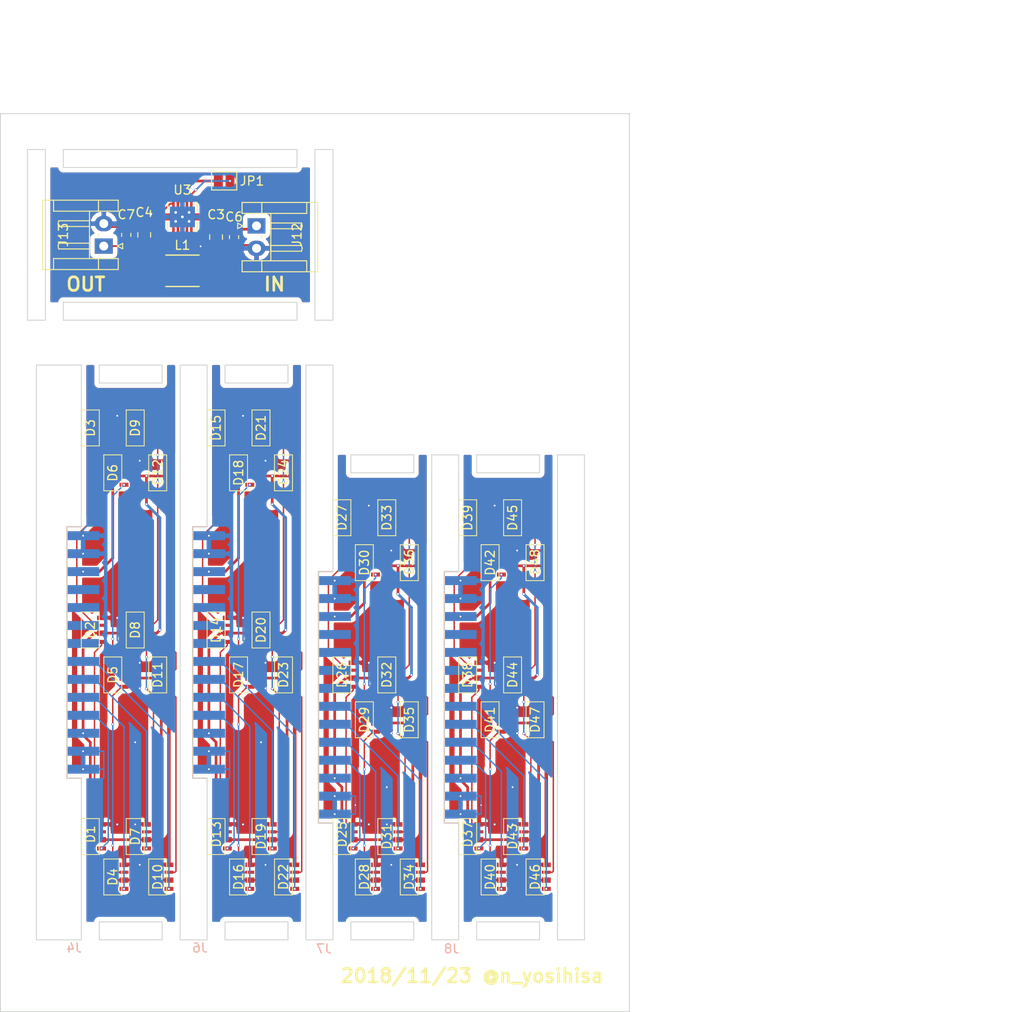
<source format=kicad_pcb>
(kicad_pcb (version 20171130) (host pcbnew "(5.0.0)")
  (layers (0 F.Cu signal) (31 B.Cu signal) (36 B.SilkS user) (37 F.SilkS user) (38 B.Mask user) (39 F.Mask user) (44 Edge.Cuts user))
  (net 0 "")
  (net 1 "Net-(L1-Pad1)")
  (net 2 "Net-(L1-Pad2)")
  (net 3 "Net-(JP1-Pad2)")
  (net 4 "Net-(D22-Pad3)")
  (net 5 "Net-(D13-Pad2)")
  (net 6 "Net-(D23-Pad3)")
  (net 7 "Net-(D13-Pad4)")
  (net 8 "Net-(D22-Pad1)")
  (net 9 "Net-(D5-Pad3)")
  (net 10 "Net-(D6-Pad3)")
  (net 11 "Net-(D1-Pad4)")
  (net 12 "Net-(D12-Pad3)")
  (net 13 "Net-(D1-Pad2)")
  (net 14 "Net-(D11-Pad3)")
  (net 15 "Net-(D1-Pad1)")
  (net 16 "Net-(D1-Pad3)")
  (net 17 "Net-(D2-Pad3)")
  (net 18 "Net-(D3-Pad3)")
  (net 19 "Net-(D4-Pad3)")
  (net 20 "Net-(D4-Pad1)")
  (net 21 "Net-(D7-Pad3)")
  (net 22 "Net-(D7-Pad1)")
  (net 23 "Net-(D8-Pad3)")
  (net 24 "Net-(D9-Pad3)")
  (net 25 "Net-(D10-Pad3)")
  (net 26 "Net-(D13-Pad3)")
  (net 27 "Net-(D13-Pad1)")
  (net 28 "Net-(D14-Pad3)")
  (net 29 "Net-(D15-Pad3)")
  (net 30 "Net-(D16-Pad1)")
  (net 31 "Net-(D16-Pad3)")
  (net 32 "Net-(D17-Pad3)")
  (net 33 "Net-(D18-Pad3)")
  (net 34 "Net-(D19-Pad3)")
  (net 35 "Net-(D19-Pad1)")
  (net 36 "Net-(D20-Pad3)")
  (net 37 "Net-(D21-Pad3)")
  (net 38 "Net-(D24-Pad3)")
  (net 39 "Net-(D10-Pad1)")
  (net 40 "Net-(C4-Pad1)")
  (net 41 GNDD)
  (net 42 "Net-(C3-Pad1)")
  (net 43 "Net-(J4-Pad8)")
  (net 44 "Net-(J4-Pad9)")
  (net 45 "Net-(J4-Pad10)")
  (net 46 "Net-(J4-Pad11)")
  (net 47 "Net-(J6-Pad8)")
  (net 48 "Net-(J6-Pad9)")
  (net 49 "Net-(J6-Pad10)")
  (net 50 "Net-(J6-Pad11)")
  (net 51 "Net-(D25-Pad1)")
  (net 52 "Net-(D25-Pad2)")
  (net 53 "Net-(D25-Pad3)")
  (net 54 "Net-(D25-Pad4)")
  (net 55 "Net-(D26-Pad3)")
  (net 56 "Net-(D27-Pad3)")
  (net 57 "Net-(D28-Pad3)")
  (net 58 "Net-(D28-Pad1)")
  (net 59 "Net-(D29-Pad3)")
  (net 60 "Net-(D30-Pad3)")
  (net 61 "Net-(D31-Pad3)")
  (net 62 "Net-(D31-Pad1)")
  (net 63 "Net-(D32-Pad3)")
  (net 64 "Net-(D33-Pad3)")
  (net 65 "Net-(D34-Pad1)")
  (net 66 "Net-(D34-Pad3)")
  (net 67 "Net-(D35-Pad3)")
  (net 68 "Net-(D36-Pad3)")
  (net 69 "Net-(J7-Pad11)")
  (net 70 "Net-(J7-Pad10)")
  (net 71 "Net-(J7-Pad9)")
  (net 72 "Net-(J7-Pad8)")
  (net 73 "Net-(J8-Pad8)")
  (net 74 "Net-(J8-Pad9)")
  (net 75 "Net-(J8-Pad10)")
  (net 76 "Net-(J8-Pad11)")
  (net 77 "Net-(D37-Pad4)")
  (net 78 "Net-(D37-Pad3)")
  (net 79 "Net-(D37-Pad2)")
  (net 80 "Net-(D37-Pad1)")
  (net 81 "Net-(D38-Pad3)")
  (net 82 "Net-(D39-Pad3)")
  (net 83 "Net-(D40-Pad1)")
  (net 84 "Net-(D40-Pad3)")
  (net 85 "Net-(D41-Pad3)")
  (net 86 "Net-(D42-Pad3)")
  (net 87 "Net-(D43-Pad1)")
  (net 88 "Net-(D43-Pad3)")
  (net 89 "Net-(D44-Pad3)")
  (net 90 "Net-(D45-Pad3)")
  (net 91 "Net-(D46-Pad3)")
  (net 92 "Net-(D46-Pad1)")
  (net 93 "Net-(D47-Pad3)")
  (net 94 "Net-(D48-Pad3)")
  (module user:S6812Side_top (layer F.Cu) (at 102.5 127.5 90)
    (fp_text reference D37 (at 2.250545 -0.986054 90) (layer F.SilkS))
    (fp_text value S6812Side)
    (pad 4 smd rect (at 3.35 0.25 90) (size 0.5 1) (layers F.Cu F.Paste F.Mask) (net 77 "Net-(D37-Pad4)"))
    (pad 3 smd rect (at 2.525 0.25 90) (size 0.35 1) (layers F.Cu F.Paste F.Mask) (net 78 "Net-(D37-Pad3)"))
    (pad 2 smd rect (at 1.65 0.25 90) (size 0.6 1) (layers F.Cu F.Paste F.Mask) (net 79 "Net-(D37-Pad2)"))
    (pad 1 smd rect (at 0.675 0.25 90) (size 0.45 1) (layers F.Cu F.Paste F.Mask) (net 80 "Net-(D37-Pad1)"))
  )
  (module user:S6812Side_top (layer F.Cu) (at 102.5 109.5 90)
    (fp_text reference D38 (at 2 -1 90) (layer F.SilkS))
    (fp_text value S6812Side)
    (pad 1 smd rect (at 0.675 0.25 90) (size 0.45 1) (layers F.Cu F.Paste F.Mask) (net 78 "Net-(D37-Pad3)"))
    (pad 2 smd rect (at 1.65 0.25 90) (size 0.6 1) (layers F.Cu F.Paste F.Mask) (net 79 "Net-(D37-Pad2)"))
    (pad 3 smd rect (at 2.525 0.25 90) (size 0.35 1) (layers F.Cu F.Paste F.Mask) (net 81 "Net-(D38-Pad3)"))
    (pad 4 smd rect (at 3.35 0.25 90) (size 0.5 1) (layers F.Cu F.Paste F.Mask) (net 77 "Net-(D37-Pad4)"))
  )
  (module user:S6812Side_top (layer F.Cu) (at 102.5 92 90)
    (fp_text reference D39 (at 2 -1 90) (layer F.SilkS))
    (fp_text value S6812Side)
    (pad 4 smd rect (at 3.35 0.25 90) (size 0.5 1) (layers F.Cu F.Paste F.Mask) (net 77 "Net-(D37-Pad4)"))
    (pad 3 smd rect (at 2.525 0.25 90) (size 0.35 1) (layers F.Cu F.Paste F.Mask) (net 82 "Net-(D39-Pad3)"))
    (pad 2 smd rect (at 1.65 0.25 90) (size 0.6 1) (layers F.Cu F.Paste F.Mask) (net 79 "Net-(D37-Pad2)"))
    (pad 1 smd rect (at 0.675 0.25 90) (size 0.45 1) (layers F.Cu F.Paste F.Mask) (net 81 "Net-(D38-Pad3)"))
  )
  (module user:S6812Side_top (layer F.Cu) (at 105 132 90)
    (fp_text reference D40 (at 2 -1 90) (layer F.SilkS))
    (fp_text value S6812Side)
    (pad 1 smd rect (at 0.675 0.25 90) (size 0.45 1) (layers F.Cu F.Paste F.Mask) (net 83 "Net-(D40-Pad1)"))
    (pad 2 smd rect (at 1.65 0.25 90) (size 0.6 1) (layers F.Cu F.Paste F.Mask) (net 79 "Net-(D37-Pad2)"))
    (pad 3 smd rect (at 2.525 0.25 90) (size 0.35 1) (layers F.Cu F.Paste F.Mask) (net 84 "Net-(D40-Pad3)"))
    (pad 4 smd rect (at 3.35 0.25 90) (size 0.5 1) (layers F.Cu F.Paste F.Mask) (net 77 "Net-(D37-Pad4)"))
  )
  (module user:S6812Side_top (layer F.Cu) (at 105 114.5 90)
    (fp_text reference D41 (at 2 -1 90) (layer F.SilkS))
    (fp_text value S6812Side)
    (pad 4 smd rect (at 3.35 0.25 90) (size 0.5 1) (layers F.Cu F.Paste F.Mask) (net 77 "Net-(D37-Pad4)"))
    (pad 3 smd rect (at 2.525 0.25 90) (size 0.35 1) (layers F.Cu F.Paste F.Mask) (net 85 "Net-(D41-Pad3)"))
    (pad 2 smd rect (at 1.65 0.25 90) (size 0.6 1) (layers F.Cu F.Paste F.Mask) (net 79 "Net-(D37-Pad2)"))
    (pad 1 smd rect (at 0.675 0.25 90) (size 0.45 1) (layers F.Cu F.Paste F.Mask) (net 84 "Net-(D40-Pad3)"))
  )
  (module user:S6812Side_top (layer F.Cu) (at 105 97 90)
    (fp_text reference D42 (at 2 -1 90) (layer F.SilkS))
    (fp_text value S6812Side)
    (pad 1 smd rect (at 0.675 0.25 90) (size 0.45 1) (layers F.Cu F.Paste F.Mask) (net 85 "Net-(D41-Pad3)"))
    (pad 2 smd rect (at 1.65 0.25 90) (size 0.6 1) (layers F.Cu F.Paste F.Mask) (net 79 "Net-(D37-Pad2)"))
    (pad 3 smd rect (at 2.525 0.25 90) (size 0.35 1) (layers F.Cu F.Paste F.Mask) (net 86 "Net-(D42-Pad3)"))
    (pad 4 smd rect (at 3.35 0.25 90) (size 0.5 1) (layers F.Cu F.Paste F.Mask) (net 77 "Net-(D37-Pad4)"))
  )
  (module user:S6812Side_top (layer F.Cu) (at 107.5 127.5 90)
    (fp_text reference D43 (at 2 -1 90) (layer F.SilkS))
    (fp_text value S6812Side)
    (pad 1 smd rect (at 0.675 0.25 90) (size 0.45 1) (layers F.Cu F.Paste F.Mask) (net 87 "Net-(D43-Pad1)"))
    (pad 2 smd rect (at 1.65 0.25 90) (size 0.6 1) (layers F.Cu F.Paste F.Mask) (net 79 "Net-(D37-Pad2)"))
    (pad 3 smd rect (at 2.525 0.25 90) (size 0.35 1) (layers F.Cu F.Paste F.Mask) (net 88 "Net-(D43-Pad3)"))
    (pad 4 smd rect (at 3.35 0.25 90) (size 0.5 1) (layers F.Cu F.Paste F.Mask) (net 77 "Net-(D37-Pad4)"))
  )
  (module user:S6812Side_top (layer F.Cu) (at 107.5 109.5 90)
    (fp_text reference D44 (at 2 -1 90) (layer F.SilkS))
    (fp_text value S6812Side)
    (pad 4 smd rect (at 3.35 0.25 90) (size 0.5 1) (layers F.Cu F.Paste F.Mask) (net 77 "Net-(D37-Pad4)"))
    (pad 3 smd rect (at 2.525 0.25 90) (size 0.35 1) (layers F.Cu F.Paste F.Mask) (net 89 "Net-(D44-Pad3)"))
    (pad 2 smd rect (at 1.65 0.25 90) (size 0.6 1) (layers F.Cu F.Paste F.Mask) (net 79 "Net-(D37-Pad2)"))
    (pad 1 smd rect (at 0.675 0.25 90) (size 0.45 1) (layers F.Cu F.Paste F.Mask) (net 88 "Net-(D43-Pad3)"))
  )
  (module user:S6812Side_top (layer F.Cu) (at 107.5 92 90)
    (fp_text reference D45 (at 2 -1 90) (layer F.SilkS))
    (fp_text value S6812Side)
    (pad 1 smd rect (at 0.675 0.25 90) (size 0.45 1) (layers F.Cu F.Paste F.Mask) (net 89 "Net-(D44-Pad3)"))
    (pad 2 smd rect (at 1.65 0.25 90) (size 0.6 1) (layers F.Cu F.Paste F.Mask) (net 79 "Net-(D37-Pad2)"))
    (pad 3 smd rect (at 2.525 0.25 90) (size 0.35 1) (layers F.Cu F.Paste F.Mask) (net 90 "Net-(D45-Pad3)"))
    (pad 4 smd rect (at 3.35 0.25 90) (size 0.5 1) (layers F.Cu F.Paste F.Mask) (net 77 "Net-(D37-Pad4)"))
  )
  (module user:S6812Side_top (layer F.Cu) (at 110 132 90)
    (fp_text reference D46 (at 2 -1 90) (layer F.SilkS))
    (fp_text value S6812Side)
    (pad 4 smd rect (at 3.35 0.25 90) (size 0.5 1) (layers F.Cu F.Paste F.Mask) (net 77 "Net-(D37-Pad4)"))
    (pad 3 smd rect (at 2.525 0.25 90) (size 0.35 1) (layers F.Cu F.Paste F.Mask) (net 91 "Net-(D46-Pad3)"))
    (pad 2 smd rect (at 1.65 0.25 90) (size 0.6 1) (layers F.Cu F.Paste F.Mask) (net 79 "Net-(D37-Pad2)"))
    (pad 1 smd rect (at 0.675 0.25 90) (size 0.45 1) (layers F.Cu F.Paste F.Mask) (net 92 "Net-(D46-Pad1)"))
  )
  (module user:S6812Side_top (layer F.Cu) (at 110 114.5 90)
    (fp_text reference D47 (at 2 -1 90) (layer F.SilkS))
    (fp_text value S6812Side)
    (pad 1 smd rect (at 0.675 0.25 90) (size 0.45 1) (layers F.Cu F.Paste F.Mask) (net 91 "Net-(D46-Pad3)"))
    (pad 2 smd rect (at 1.65 0.25 90) (size 0.6 1) (layers F.Cu F.Paste F.Mask) (net 79 "Net-(D37-Pad2)"))
    (pad 3 smd rect (at 2.525 0.25 90) (size 0.35 1) (layers F.Cu F.Paste F.Mask) (net 93 "Net-(D47-Pad3)"))
    (pad 4 smd rect (at 3.35 0.25 90) (size 0.5 1) (layers F.Cu F.Paste F.Mask) (net 77 "Net-(D37-Pad4)"))
  )
  (module user:S6812Side_top (layer F.Cu) (at 110 97 90)
    (fp_text reference D48 (at 2.071575 -1 90) (layer F.SilkS))
    (fp_text value S6812Side)
    (pad 4 smd rect (at 3.35 0.25 90) (size 0.5 1) (layers F.Cu F.Paste F.Mask) (net 77 "Net-(D37-Pad4)"))
    (pad 3 smd rect (at 2.525 0.25 90) (size 0.35 1) (layers F.Cu F.Paste F.Mask) (net 94 "Net-(D48-Pad3)"))
    (pad 2 smd rect (at 1.65 0.25 90) (size 0.6 1) (layers F.Cu F.Paste F.Mask) (net 79 "Net-(D37-Pad2)"))
    (pad 1 smd rect (at 0.675 0.25 90) (size 0.45 1) (layers F.Cu F.Paste F.Mask) (net 93 "Net-(D47-Pad3)"))
  )
  (module LED_Frame:LED_Frame (layer B.Cu) (at 100.5 110 90)
    (fp_text reference J8 (at -28 -0.8 180) (layer B.SilkS) (effects (justify mirror)))
    (fp_text value LED_L)
    (pad 1 smd rect (at -13 0.2 90) (size 1 3.6) (layers B.Cu B.Paste B.Mask) (net 77 "Net-(D37-Pad4)"))
    (pad 2 smd rect (at -11 0.2 90) (size 1 3.6) (layers B.Cu B.Paste B.Mask) (net 77 "Net-(D37-Pad4)"))
    (pad 3 smd rect (at -9 0.2 90) (size 1 3.6) (layers B.Cu B.Paste B.Mask) (net 79 "Net-(D37-Pad2)"))
    (pad 4 smd rect (at -7 0.2 90) (size 1 3.6) (layers B.Cu B.Paste B.Mask) (net 80 "Net-(D37-Pad1)"))
    (pad 5 smd rect (at -5 0.2 90) (size 1 3.6) (layers B.Cu B.Paste B.Mask) (net 83 "Net-(D40-Pad1)"))
    (pad 6 smd rect (at -3 0.2 90) (size 1 3.6) (layers B.Cu B.Paste B.Mask) (net 87 "Net-(D43-Pad1)"))
    (pad 7 smd rect (at -1 0.2 90) (size 1 3.6) (layers B.Cu B.Paste B.Mask) (net 92 "Net-(D46-Pad1)"))
    (pad 8 smd rect (at 1 0.2 90) (size 1 3.6) (layers B.Cu B.Paste B.Mask) (net 73 "Net-(J8-Pad8)"))
    (pad 9 smd rect (at 3 0.2 90) (size 1 3.6) (layers B.Cu B.Paste B.Mask) (net 74 "Net-(J8-Pad9)"))
    (pad 10 smd rect (at 5 0.2 90) (size 1 3.6) (layers B.Cu B.Paste B.Mask) (net 75 "Net-(J8-Pad10)"))
    (pad 11 smd rect (at 7 0.2 90) (size 1 3.6) (layers B.Cu B.Paste B.Mask) (net 76 "Net-(J8-Pad11)"))
    (pad 12 smd rect (at 9 0.2 90) (size 1 3.6) (layers B.Cu B.Paste B.Mask) (net 79 "Net-(D37-Pad2)"))
    (pad 13 smd rect (at 11 0.2 90) (size 1 3.6) (layers B.Cu B.Paste B.Mask) (net 77 "Net-(D37-Pad4)"))
    (pad 14 smd rect (at 13 0.2 90) (size 1 3.6) (layers B.Cu B.Paste B.Mask) (net 77 "Net-(D37-Pad4)"))
  )
  (module LED_Frame:LED_Frame (layer B.Cu) (at 86.5 110 90)
    (fp_text reference J7 (at -28 -1 180) (layer B.SilkS) (effects (justify mirror)))
    (fp_text value LED_L)
    (pad 14 smd rect (at 13 0.2 90) (size 1 3.6) (layers B.Cu B.Paste B.Mask) (net 54 "Net-(D25-Pad4)"))
    (pad 13 smd rect (at 11 0.2 90) (size 1 3.6) (layers B.Cu B.Paste B.Mask) (net 54 "Net-(D25-Pad4)"))
    (pad 12 smd rect (at 9 0.2 90) (size 1 3.6) (layers B.Cu B.Paste B.Mask) (net 52 "Net-(D25-Pad2)"))
    (pad 11 smd rect (at 7 0.2 90) (size 1 3.6) (layers B.Cu B.Paste B.Mask) (net 69 "Net-(J7-Pad11)"))
    (pad 10 smd rect (at 5 0.2 90) (size 1 3.6) (layers B.Cu B.Paste B.Mask) (net 70 "Net-(J7-Pad10)"))
    (pad 9 smd rect (at 3 0.2 90) (size 1 3.6) (layers B.Cu B.Paste B.Mask) (net 71 "Net-(J7-Pad9)"))
    (pad 8 smd rect (at 1 0.2 90) (size 1 3.6) (layers B.Cu B.Paste B.Mask) (net 72 "Net-(J7-Pad8)"))
    (pad 7 smd rect (at -1 0.2 90) (size 1 3.6) (layers B.Cu B.Paste B.Mask) (net 65 "Net-(D34-Pad1)"))
    (pad 6 smd rect (at -3 0.2 90) (size 1 3.6) (layers B.Cu B.Paste B.Mask) (net 62 "Net-(D31-Pad1)"))
    (pad 5 smd rect (at -5 0.2 90) (size 1 3.6) (layers B.Cu B.Paste B.Mask) (net 58 "Net-(D28-Pad1)"))
    (pad 4 smd rect (at -7 0.2 90) (size 1 3.6) (layers B.Cu B.Paste B.Mask) (net 51 "Net-(D25-Pad1)"))
    (pad 3 smd rect (at -9 0.2 90) (size 1 3.6) (layers B.Cu B.Paste B.Mask) (net 52 "Net-(D25-Pad2)"))
    (pad 2 smd rect (at -11 0.2 90) (size 1 3.6) (layers B.Cu B.Paste B.Mask) (net 54 "Net-(D25-Pad4)"))
    (pad 1 smd rect (at -13 0.2 90) (size 1 3.6) (layers B.Cu B.Paste B.Mask) (net 54 "Net-(D25-Pad4)"))
  )
  (module user:S6812Side_top (layer F.Cu) (at 96 97 90)
    (fp_text reference D36 (at 2.071575 -1 90) (layer F.SilkS))
    (fp_text value S6812Side)
    (pad 1 smd rect (at 0.675 0.25 90) (size 0.45 1) (layers F.Cu F.Paste F.Mask) (net 67 "Net-(D35-Pad3)"))
    (pad 2 smd rect (at 1.65 0.25 90) (size 0.6 1) (layers F.Cu F.Paste F.Mask) (net 52 "Net-(D25-Pad2)"))
    (pad 3 smd rect (at 2.525 0.25 90) (size 0.35 1) (layers F.Cu F.Paste F.Mask) (net 68 "Net-(D36-Pad3)"))
    (pad 4 smd rect (at 3.35 0.25 90) (size 0.5 1) (layers F.Cu F.Paste F.Mask) (net 54 "Net-(D25-Pad4)"))
  )
  (module user:S6812Side_top (layer F.Cu) (at 96 114.5 90)
    (fp_text reference D35 (at 2 -1 90) (layer F.SilkS))
    (fp_text value S6812Side)
    (pad 4 smd rect (at 3.35 0.25 90) (size 0.5 1) (layers F.Cu F.Paste F.Mask) (net 54 "Net-(D25-Pad4)"))
    (pad 3 smd rect (at 2.525 0.25 90) (size 0.35 1) (layers F.Cu F.Paste F.Mask) (net 67 "Net-(D35-Pad3)"))
    (pad 2 smd rect (at 1.65 0.25 90) (size 0.6 1) (layers F.Cu F.Paste F.Mask) (net 52 "Net-(D25-Pad2)"))
    (pad 1 smd rect (at 0.675 0.25 90) (size 0.45 1) (layers F.Cu F.Paste F.Mask) (net 66 "Net-(D34-Pad3)"))
  )
  (module user:S6812Side_top (layer F.Cu) (at 96 132 90)
    (fp_text reference D34 (at 2 -1 90) (layer F.SilkS))
    (fp_text value S6812Side)
    (pad 1 smd rect (at 0.675 0.25 90) (size 0.45 1) (layers F.Cu F.Paste F.Mask) (net 65 "Net-(D34-Pad1)"))
    (pad 2 smd rect (at 1.65 0.25 90) (size 0.6 1) (layers F.Cu F.Paste F.Mask) (net 52 "Net-(D25-Pad2)"))
    (pad 3 smd rect (at 2.525 0.25 90) (size 0.35 1) (layers F.Cu F.Paste F.Mask) (net 66 "Net-(D34-Pad3)"))
    (pad 4 smd rect (at 3.35 0.25 90) (size 0.5 1) (layers F.Cu F.Paste F.Mask) (net 54 "Net-(D25-Pad4)"))
  )
  (module user:S6812Side_top (layer F.Cu) (at 93.5 92 90)
    (fp_text reference D33 (at 2 -1 90) (layer F.SilkS))
    (fp_text value S6812Side)
    (pad 4 smd rect (at 3.35 0.25 90) (size 0.5 1) (layers F.Cu F.Paste F.Mask) (net 54 "Net-(D25-Pad4)"))
    (pad 3 smd rect (at 2.525 0.25 90) (size 0.35 1) (layers F.Cu F.Paste F.Mask) (net 64 "Net-(D33-Pad3)"))
    (pad 2 smd rect (at 1.65 0.25 90) (size 0.6 1) (layers F.Cu F.Paste F.Mask) (net 52 "Net-(D25-Pad2)"))
    (pad 1 smd rect (at 0.675 0.25 90) (size 0.45 1) (layers F.Cu F.Paste F.Mask) (net 63 "Net-(D32-Pad3)"))
  )
  (module user:S6812Side_top (layer F.Cu) (at 93.5 109.5 90)
    (fp_text reference D32 (at 2 -1 90) (layer F.SilkS))
    (fp_text value S6812Side)
    (pad 1 smd rect (at 0.675 0.25 90) (size 0.45 1) (layers F.Cu F.Paste F.Mask) (net 61 "Net-(D31-Pad3)"))
    (pad 2 smd rect (at 1.65 0.25 90) (size 0.6 1) (layers F.Cu F.Paste F.Mask) (net 52 "Net-(D25-Pad2)"))
    (pad 3 smd rect (at 2.525 0.25 90) (size 0.35 1) (layers F.Cu F.Paste F.Mask) (net 63 "Net-(D32-Pad3)"))
    (pad 4 smd rect (at 3.35 0.25 90) (size 0.5 1) (layers F.Cu F.Paste F.Mask) (net 54 "Net-(D25-Pad4)"))
  )
  (module user:S6812Side_top (layer F.Cu) (at 93.5 127.5 90)
    (fp_text reference D31 (at 2 -1 90) (layer F.SilkS))
    (fp_text value S6812Side)
    (pad 4 smd rect (at 3.35 0.25 90) (size 0.5 1) (layers F.Cu F.Paste F.Mask) (net 54 "Net-(D25-Pad4)"))
    (pad 3 smd rect (at 2.525 0.25 90) (size 0.35 1) (layers F.Cu F.Paste F.Mask) (net 61 "Net-(D31-Pad3)"))
    (pad 2 smd rect (at 1.65 0.25 90) (size 0.6 1) (layers F.Cu F.Paste F.Mask) (net 52 "Net-(D25-Pad2)"))
    (pad 1 smd rect (at 0.675 0.25 90) (size 0.45 1) (layers F.Cu F.Paste F.Mask) (net 62 "Net-(D31-Pad1)"))
  )
  (module user:S6812Side_top (layer F.Cu) (at 91 97 90)
    (fp_text reference D30 (at 2 -1 90) (layer F.SilkS))
    (fp_text value S6812Side)
    (pad 4 smd rect (at 3.35 0.25 90) (size 0.5 1) (layers F.Cu F.Paste F.Mask) (net 54 "Net-(D25-Pad4)"))
    (pad 3 smd rect (at 2.525 0.25 90) (size 0.35 1) (layers F.Cu F.Paste F.Mask) (net 60 "Net-(D30-Pad3)"))
    (pad 2 smd rect (at 1.65 0.25 90) (size 0.6 1) (layers F.Cu F.Paste F.Mask) (net 52 "Net-(D25-Pad2)"))
    (pad 1 smd rect (at 0.675 0.25 90) (size 0.45 1) (layers F.Cu F.Paste F.Mask) (net 59 "Net-(D29-Pad3)"))
  )
  (module user:S6812Side_top (layer F.Cu) (at 91 114.5 90)
    (fp_text reference D29 (at 2 -1 90) (layer F.SilkS))
    (fp_text value S6812Side)
    (pad 1 smd rect (at 0.675 0.25 90) (size 0.45 1) (layers F.Cu F.Paste F.Mask) (net 57 "Net-(D28-Pad3)"))
    (pad 2 smd rect (at 1.65 0.25 90) (size 0.6 1) (layers F.Cu F.Paste F.Mask) (net 52 "Net-(D25-Pad2)"))
    (pad 3 smd rect (at 2.525 0.25 90) (size 0.35 1) (layers F.Cu F.Paste F.Mask) (net 59 "Net-(D29-Pad3)"))
    (pad 4 smd rect (at 3.35 0.25 90) (size 0.5 1) (layers F.Cu F.Paste F.Mask) (net 54 "Net-(D25-Pad4)"))
  )
  (module user:S6812Side_top (layer F.Cu) (at 91 132 90)
    (fp_text reference D28 (at 2 -1 90) (layer F.SilkS))
    (fp_text value S6812Side)
    (pad 4 smd rect (at 3.35 0.25 90) (size 0.5 1) (layers F.Cu F.Paste F.Mask) (net 54 "Net-(D25-Pad4)"))
    (pad 3 smd rect (at 2.525 0.25 90) (size 0.35 1) (layers F.Cu F.Paste F.Mask) (net 57 "Net-(D28-Pad3)"))
    (pad 2 smd rect (at 1.65 0.25 90) (size 0.6 1) (layers F.Cu F.Paste F.Mask) (net 52 "Net-(D25-Pad2)"))
    (pad 1 smd rect (at 0.675 0.25 90) (size 0.45 1) (layers F.Cu F.Paste F.Mask) (net 58 "Net-(D28-Pad1)"))
  )
  (module user:S6812Side_top (layer F.Cu) (at 88.5 92 90)
    (fp_text reference D27 (at 2 -1 90) (layer F.SilkS))
    (fp_text value S6812Side)
    (pad 1 smd rect (at 0.675 0.25 90) (size 0.45 1) (layers F.Cu F.Paste F.Mask) (net 55 "Net-(D26-Pad3)"))
    (pad 2 smd rect (at 1.65 0.25 90) (size 0.6 1) (layers F.Cu F.Paste F.Mask) (net 52 "Net-(D25-Pad2)"))
    (pad 3 smd rect (at 2.525 0.25 90) (size 0.35 1) (layers F.Cu F.Paste F.Mask) (net 56 "Net-(D27-Pad3)"))
    (pad 4 smd rect (at 3.35 0.25 90) (size 0.5 1) (layers F.Cu F.Paste F.Mask) (net 54 "Net-(D25-Pad4)"))
  )
  (module user:S6812Side_top (layer F.Cu) (at 88.5 109.5 90)
    (fp_text reference D26 (at 2 -1 90) (layer F.SilkS))
    (fp_text value S6812Side)
    (pad 4 smd rect (at 3.35 0.25 90) (size 0.5 1) (layers F.Cu F.Paste F.Mask) (net 54 "Net-(D25-Pad4)"))
    (pad 3 smd rect (at 2.525 0.25 90) (size 0.35 1) (layers F.Cu F.Paste F.Mask) (net 55 "Net-(D26-Pad3)"))
    (pad 2 smd rect (at 1.65 0.25 90) (size 0.6 1) (layers F.Cu F.Paste F.Mask) (net 52 "Net-(D25-Pad2)"))
    (pad 1 smd rect (at 0.675 0.25 90) (size 0.45 1) (layers F.Cu F.Paste F.Mask) (net 53 "Net-(D25-Pad3)"))
  )
  (module user:S6812Side_top (layer F.Cu) (at 88.5 127.5 90)
    (fp_text reference D25 (at 2.250545 -0.986054 90) (layer F.SilkS))
    (fp_text value S6812Side)
    (pad 1 smd rect (at 0.675 0.25 90) (size 0.45 1) (layers F.Cu F.Paste F.Mask) (net 51 "Net-(D25-Pad1)"))
    (pad 2 smd rect (at 1.65 0.25 90) (size 0.6 1) (layers F.Cu F.Paste F.Mask) (net 52 "Net-(D25-Pad2)"))
    (pad 3 smd rect (at 2.525 0.25 90) (size 0.35 1) (layers F.Cu F.Paste F.Mask) (net 53 "Net-(D25-Pad3)"))
    (pad 4 smd rect (at 3.35 0.25 90) (size 0.5 1) (layers F.Cu F.Paste F.Mask) (net 54 "Net-(D25-Pad4)"))
  )
  (module LED_Frame:LED_Frame (layer B.Cu) (at 72.5 105 90)
    (fp_text reference J6 (at -32.9 -0.8 180) (layer B.SilkS) (effects (justify mirror)))
    (fp_text value LED_L)
    (pad 14 smd rect (at 13 0.2 90) (size 1 3.6) (layers B.Cu B.Paste B.Mask) (net 7 "Net-(D13-Pad4)"))
    (pad 13 smd rect (at 11 0.2 90) (size 1 3.6) (layers B.Cu B.Paste B.Mask) (net 7 "Net-(D13-Pad4)"))
    (pad 12 smd rect (at 9 0.2 90) (size 1 3.6) (layers B.Cu B.Paste B.Mask) (net 5 "Net-(D13-Pad2)"))
    (pad 11 smd rect (at 7 0.2 90) (size 1 3.6) (layers B.Cu B.Paste B.Mask) (net 50 "Net-(J6-Pad11)"))
    (pad 10 smd rect (at 5 0.2 90) (size 1 3.6) (layers B.Cu B.Paste B.Mask) (net 49 "Net-(J6-Pad10)"))
    (pad 9 smd rect (at 3 0.2 90) (size 1 3.6) (layers B.Cu B.Paste B.Mask) (net 48 "Net-(J6-Pad9)"))
    (pad 8 smd rect (at 1 0.2 90) (size 1 3.6) (layers B.Cu B.Paste B.Mask) (net 47 "Net-(J6-Pad8)"))
    (pad 7 smd rect (at -1 0.2 90) (size 1 3.6) (layers B.Cu B.Paste B.Mask) (net 8 "Net-(D22-Pad1)"))
    (pad 6 smd rect (at -3 0.2 90) (size 1 3.6) (layers B.Cu B.Paste B.Mask) (net 35 "Net-(D19-Pad1)"))
    (pad 5 smd rect (at -5 0.2 90) (size 1 3.6) (layers B.Cu B.Paste B.Mask) (net 30 "Net-(D16-Pad1)"))
    (pad 4 smd rect (at -7 0.2 90) (size 1 3.6) (layers B.Cu B.Paste B.Mask) (net 27 "Net-(D13-Pad1)"))
    (pad 3 smd rect (at -9 0.2 90) (size 1 3.6) (layers B.Cu B.Paste B.Mask) (net 5 "Net-(D13-Pad2)"))
    (pad 2 smd rect (at -11 0.2 90) (size 1 3.6) (layers B.Cu B.Paste B.Mask) (net 7 "Net-(D13-Pad4)"))
    (pad 1 smd rect (at -13 0.2 90) (size 1 3.6) (layers B.Cu B.Paste B.Mask) (net 7 "Net-(D13-Pad4)"))
  )
  (module user:S6812Side_top (layer F.Cu) (at 82 87 90)
    (fp_text reference D24 (at 2.071575 -1 90) (layer F.SilkS))
    (fp_text value S6812Side)
    (pad 1 smd rect (at 0.675 0.25 90) (size 0.45 1) (layers F.Cu F.Paste F.Mask) (net 6 "Net-(D23-Pad3)"))
    (pad 2 smd rect (at 1.65 0.25 90) (size 0.6 1) (layers F.Cu F.Paste F.Mask) (net 5 "Net-(D13-Pad2)"))
    (pad 3 smd rect (at 2.525 0.25 90) (size 0.35 1) (layers F.Cu F.Paste F.Mask) (net 38 "Net-(D24-Pad3)"))
    (pad 4 smd rect (at 3.35 0.25 90) (size 0.5 1) (layers F.Cu F.Paste F.Mask) (net 7 "Net-(D13-Pad4)"))
  )
  (module user:S6812Side_top (layer F.Cu) (at 82 109.5 90)
    (fp_text reference D23 (at 2 -1 90) (layer F.SilkS))
    (fp_text value S6812Side)
    (pad 4 smd rect (at 3.35 0.25 90) (size 0.5 1) (layers F.Cu F.Paste F.Mask) (net 7 "Net-(D13-Pad4)"))
    (pad 3 smd rect (at 2.525 0.25 90) (size 0.35 1) (layers F.Cu F.Paste F.Mask) (net 6 "Net-(D23-Pad3)"))
    (pad 2 smd rect (at 1.65 0.25 90) (size 0.6 1) (layers F.Cu F.Paste F.Mask) (net 5 "Net-(D13-Pad2)"))
    (pad 1 smd rect (at 0.675 0.25 90) (size 0.45 1) (layers F.Cu F.Paste F.Mask) (net 4 "Net-(D22-Pad3)"))
  )
  (module user:S6812Side_top (layer F.Cu) (at 82 132 90)
    (fp_text reference D22 (at 2 -1 90) (layer F.SilkS))
    (fp_text value S6812Side)
    (pad 1 smd rect (at 0.675 0.25 90) (size 0.45 1) (layers F.Cu F.Paste F.Mask) (net 8 "Net-(D22-Pad1)"))
    (pad 2 smd rect (at 1.65 0.25 90) (size 0.6 1) (layers F.Cu F.Paste F.Mask) (net 5 "Net-(D13-Pad2)"))
    (pad 3 smd rect (at 2.525 0.25 90) (size 0.35 1) (layers F.Cu F.Paste F.Mask) (net 4 "Net-(D22-Pad3)"))
    (pad 4 smd rect (at 3.35 0.25 90) (size 0.5 1) (layers F.Cu F.Paste F.Mask) (net 7 "Net-(D13-Pad4)"))
  )
  (module user:S6812Side_top (layer F.Cu) (at 79.5 82 90)
    (fp_text reference D21 (at 2 -1 90) (layer F.SilkS))
    (fp_text value S6812Side)
    (pad 4 smd rect (at 3.35 0.25 90) (size 0.5 1) (layers F.Cu F.Paste F.Mask) (net 7 "Net-(D13-Pad4)"))
    (pad 3 smd rect (at 2.525 0.25 90) (size 0.35 1) (layers F.Cu F.Paste F.Mask) (net 37 "Net-(D21-Pad3)"))
    (pad 2 smd rect (at 1.65 0.25 90) (size 0.6 1) (layers F.Cu F.Paste F.Mask) (net 5 "Net-(D13-Pad2)"))
    (pad 1 smd rect (at 0.675 0.25 90) (size 0.45 1) (layers F.Cu F.Paste F.Mask) (net 36 "Net-(D20-Pad3)"))
  )
  (module user:S6812Side_top (layer F.Cu) (at 79.5 104.5 90)
    (fp_text reference D20 (at 2 -1 90) (layer F.SilkS))
    (fp_text value S6812Side)
    (pad 1 smd rect (at 0.675 0.25 90) (size 0.45 1) (layers F.Cu F.Paste F.Mask) (net 34 "Net-(D19-Pad3)"))
    (pad 2 smd rect (at 1.65 0.25 90) (size 0.6 1) (layers F.Cu F.Paste F.Mask) (net 5 "Net-(D13-Pad2)"))
    (pad 3 smd rect (at 2.525 0.25 90) (size 0.35 1) (layers F.Cu F.Paste F.Mask) (net 36 "Net-(D20-Pad3)"))
    (pad 4 smd rect (at 3.35 0.25 90) (size 0.5 1) (layers F.Cu F.Paste F.Mask) (net 7 "Net-(D13-Pad4)"))
  )
  (module user:S6812Side_top (layer F.Cu) (at 79.5 127.5 90)
    (fp_text reference D19 (at 2 -1 90) (layer F.SilkS))
    (fp_text value S6812Side)
    (pad 4 smd rect (at 3.35 0.25 90) (size 0.5 1) (layers F.Cu F.Paste F.Mask) (net 7 "Net-(D13-Pad4)"))
    (pad 3 smd rect (at 2.525 0.25 90) (size 0.35 1) (layers F.Cu F.Paste F.Mask) (net 34 "Net-(D19-Pad3)"))
    (pad 2 smd rect (at 1.65 0.25 90) (size 0.6 1) (layers F.Cu F.Paste F.Mask) (net 5 "Net-(D13-Pad2)"))
    (pad 1 smd rect (at 0.675 0.25 90) (size 0.45 1) (layers F.Cu F.Paste F.Mask) (net 35 "Net-(D19-Pad1)"))
  )
  (module user:S6812Side_top (layer F.Cu) (at 77 87 90)
    (fp_text reference D18 (at 2 -1 90) (layer F.SilkS))
    (fp_text value S6812Side)
    (pad 4 smd rect (at 3.35 0.25 90) (size 0.5 1) (layers F.Cu F.Paste F.Mask) (net 7 "Net-(D13-Pad4)"))
    (pad 3 smd rect (at 2.525 0.25 90) (size 0.35 1) (layers F.Cu F.Paste F.Mask) (net 33 "Net-(D18-Pad3)"))
    (pad 2 smd rect (at 1.65 0.25 90) (size 0.6 1) (layers F.Cu F.Paste F.Mask) (net 5 "Net-(D13-Pad2)"))
    (pad 1 smd rect (at 0.675 0.25 90) (size 0.45 1) (layers F.Cu F.Paste F.Mask) (net 32 "Net-(D17-Pad3)"))
  )
  (module user:S6812Side_top (layer F.Cu) (at 77 109.5 90)
    (fp_text reference D17 (at 2 -1 90) (layer F.SilkS))
    (fp_text value S6812Side)
    (pad 1 smd rect (at 0.675 0.25 90) (size 0.45 1) (layers F.Cu F.Paste F.Mask) (net 31 "Net-(D16-Pad3)"))
    (pad 2 smd rect (at 1.65 0.25 90) (size 0.6 1) (layers F.Cu F.Paste F.Mask) (net 5 "Net-(D13-Pad2)"))
    (pad 3 smd rect (at 2.525 0.25 90) (size 0.35 1) (layers F.Cu F.Paste F.Mask) (net 32 "Net-(D17-Pad3)"))
    (pad 4 smd rect (at 3.35 0.25 90) (size 0.5 1) (layers F.Cu F.Paste F.Mask) (net 7 "Net-(D13-Pad4)"))
  )
  (module user:S6812Side_top (layer F.Cu) (at 77 132 90)
    (fp_text reference D16 (at 2 -1 90) (layer F.SilkS))
    (fp_text value S6812Side)
    (pad 4 smd rect (at 3.35 0.25 90) (size 0.5 1) (layers F.Cu F.Paste F.Mask) (net 7 "Net-(D13-Pad4)"))
    (pad 3 smd rect (at 2.525 0.25 90) (size 0.35 1) (layers F.Cu F.Paste F.Mask) (net 31 "Net-(D16-Pad3)"))
    (pad 2 smd rect (at 1.65 0.25 90) (size 0.6 1) (layers F.Cu F.Paste F.Mask) (net 5 "Net-(D13-Pad2)"))
    (pad 1 smd rect (at 0.675 0.25 90) (size 0.45 1) (layers F.Cu F.Paste F.Mask) (net 30 "Net-(D16-Pad1)"))
  )
  (module user:S6812Side_top (layer F.Cu) (at 74.5 82 90)
    (fp_text reference D15 (at 2 -1 90) (layer F.SilkS))
    (fp_text value S6812Side)
    (pad 1 smd rect (at 0.675 0.25 90) (size 0.45 1) (layers F.Cu F.Paste F.Mask) (net 28 "Net-(D14-Pad3)"))
    (pad 2 smd rect (at 1.65 0.25 90) (size 0.6 1) (layers F.Cu F.Paste F.Mask) (net 5 "Net-(D13-Pad2)"))
    (pad 3 smd rect (at 2.525 0.25 90) (size 0.35 1) (layers F.Cu F.Paste F.Mask) (net 29 "Net-(D15-Pad3)"))
    (pad 4 smd rect (at 3.35 0.25 90) (size 0.5 1) (layers F.Cu F.Paste F.Mask) (net 7 "Net-(D13-Pad4)"))
  )
  (module user:S6812Side_top (layer F.Cu) (at 74.5 104.5 90)
    (fp_text reference D14 (at 2 -1 90) (layer F.SilkS))
    (fp_text value S6812Side)
    (pad 4 smd rect (at 3.35 0.25 90) (size 0.5 1) (layers F.Cu F.Paste F.Mask) (net 7 "Net-(D13-Pad4)"))
    (pad 3 smd rect (at 2.525 0.25 90) (size 0.35 1) (layers F.Cu F.Paste F.Mask) (net 28 "Net-(D14-Pad3)"))
    (pad 2 smd rect (at 1.65 0.25 90) (size 0.6 1) (layers F.Cu F.Paste F.Mask) (net 5 "Net-(D13-Pad2)"))
    (pad 1 smd rect (at 0.675 0.25 90) (size 0.45 1) (layers F.Cu F.Paste F.Mask) (net 26 "Net-(D13-Pad3)"))
  )
  (module user:S6812Side_top (layer F.Cu) (at 74.5 127.5 90)
    (fp_text reference D13 (at 2.250545 -0.986054 90) (layer F.SilkS))
    (fp_text value S6812Side)
    (pad 1 smd rect (at 0.675 0.25 90) (size 0.45 1) (layers F.Cu F.Paste F.Mask) (net 27 "Net-(D13-Pad1)"))
    (pad 2 smd rect (at 1.65 0.25 90) (size 0.6 1) (layers F.Cu F.Paste F.Mask) (net 5 "Net-(D13-Pad2)"))
    (pad 3 smd rect (at 2.525 0.25 90) (size 0.35 1) (layers F.Cu F.Paste F.Mask) (net 26 "Net-(D13-Pad3)"))
    (pad 4 smd rect (at 3.35 0.25 90) (size 0.5 1) (layers F.Cu F.Paste F.Mask) (net 7 "Net-(D13-Pad4)"))
  )
  (module Capacitor_SMD:C_0603_1608Metric_Pad1.05x0.95mm_HandSolder (layer F.Cu) (at 63.5 58.5 90)
    (fp_text reference C7 (at 2.25 0 180) (layer F.SilkS))
    (fp_text value 0.1u)
    (pad 1 smd roundrect (at -0.875 0 90) (size 1.05 0.95) (layers F.Cu F.Paste F.Mask) (net 40 "Net-(C4-Pad1)"))
    (pad 2 smd roundrect (at 0.875 0 90) (size 1.05 0.95) (layers F.Cu F.Paste F.Mask) (net 41 GNDD))
  )
  (module Capacitor_SMD:C_0603_1608Metric_Pad1.05x0.95mm_HandSolder (layer F.Cu) (at 75.5 58.75 270)
    (fp_text reference C6 (at -2.25 0) (layer F.SilkS))
    (fp_text value 0.1u)
    (pad 2 smd roundrect (at 0.875 0 270) (size 1.05 0.95) (layers F.Cu F.Paste F.Mask) (net 41 GNDD))
    (pad 1 smd roundrect (at -0.875 0 270) (size 1.05 0.95) (layers F.Cu F.Paste F.Mask) (net 42 "Net-(C3-Pad1)"))
  )
  (module Connector_JST:JST_EH_S02B-EH_1x02_P2.50mm_Horizontal (layer F.Cu) (at 78 57.5 270)
    (fp_text reference J12 (at 1 -4.5 270) (layer F.SilkS))
    (fp_text value IN)
    (pad 1 thru_hole rect (at 0 0 270) (size 1.7 2) (drill 1) (layers *.Cu *.Mask) (net 42 "Net-(C3-Pad1)"))
    (pad 2 thru_hole oval (at 2.5 0 270) (size 1.7 2) (drill 1) (layers *.Cu *.Mask) (net 41 GNDD))
  )
  (module Connector_JST:JST_EH_S02B-EH_1x02_P2.50mm_Horizontal (layer F.Cu) (at 61 59.75 90)
    (fp_text reference J13 (at 1.25 -4.5 90) (layer F.SilkS))
    (fp_text value OUT)
    (pad 2 thru_hole oval (at 2.5 0 90) (size 1.7 2) (drill 1) (layers *.Cu *.Mask) (net 41 GNDD))
    (pad 1 thru_hole rect (at 0 0 90) (size 1.7 2) (drill 1) (layers *.Cu *.Mask) (net 40 "Net-(C4-Pad1)"))
  )
  (module Package_SON:Texas_S-PVSON-N10_ThermalVias (layer F.Cu) (at 69.75 56.5 90)
    (fp_text reference U3 (at 3 0 180) (layer F.SilkS))
    (fp_text value TPS63001)
    (pad 11 smd rect (at 0 0 90) (size 2.3 2.8) (layers B.Cu) (net 41 GNDD))
    (pad 11 thru_hole circle (at -0.5 0.75 90) (size 0.6 0.6) (drill 0.3) (layers *.Cu *.Mask) (net 41 GNDD))
    (pad 11 thru_hole circle (at -0.5 -0.75 90) (size 0.6 0.6) (drill 0.3) (layers *.Cu *.Mask) (net 41 GNDD))
    (pad 11 thru_hole circle (at 0.5 -0.75 90) (size 0.6 0.6) (drill 0.3) (layers *.Cu *.Mask) (net 41 GNDD))
    (pad 11 thru_hole circle (at 0 0 90) (size 0.6 0.6) (drill 0.3) (layers *.Cu *.Mask) (net 41 GNDD))
    (pad 11 thru_hole circle (at 0.5 0.75 90) (size 0.6 0.6) (drill 0.3) (layers *.Cu *.Mask) (net 41 GNDD))
    (pad 10 smd oval (at 1.475 -1 90) (size 0.85 0.28) (layers F.Cu F.Paste F.Mask) (net 40 "Net-(C4-Pad1)"))
    (pad 9 smd oval (at 1.475 -0.5 90) (size 0.85 0.28) (layers F.Cu F.Paste F.Mask) (net 41 GNDD))
    (pad 8 smd oval (at 1.475 0 90) (size 0.85 0.28) (layers F.Cu F.Paste F.Mask) (net 42 "Net-(C3-Pad1)"))
    (pad 7 smd rect (at 1.76 0.5 90) (size 0.28 0.28) (layers F.Cu F.Paste F.Mask) (net 42 "Net-(C3-Pad1)"))
    (pad 6 smd rect (at 1.76 1 90) (size 0.28 0.28) (layers F.Cu F.Paste F.Mask) (net 3 "Net-(JP1-Pad2)"))
    (pad 5 smd oval (at -1.475 1 90) (size 0.85 0.28) (layers F.Cu F.Paste F.Mask) (net 42 "Net-(C3-Pad1)"))
    (pad 4 smd rect (at -1.76 0.5 90) (size 0.28 0.28) (layers F.Cu F.Paste F.Mask) (net 1 "Net-(L1-Pad1)"))
    (pad 3 smd oval (at -1.475 0 90) (size 0.85 0.28) (layers F.Cu F.Paste F.Mask) (net 41 GNDD))
    (pad 2 smd rect (at -1.76 -0.5 90) (size 0.28 0.28) (layers F.Cu F.Paste F.Mask) (net 2 "Net-(L1-Pad2)"))
    (pad 1 smd rect (at -1.76 -1 90) (size 0.28 0.28) (layers F.Cu F.Paste F.Mask) (net 40 "Net-(C4-Pad1)"))
    (pad 11 smd rect (at 0 0 90) (size 1.65 2.4) (layers F.Cu F.Mask) (net 41 GNDD))
    (pad 11 smd rect (at 0.45 0.635 90) (size 0.68 1.05) (layers F.Cu F.Paste F.Mask) (net 41 GNDD))
    (pad 11 smd rect (at -0.45 0.635 90) (size 0.68 1.05) (layers F.Cu F.Paste F.Mask) (net 41 GNDD))
    (pad 11 smd rect (at 0.45 -0.635 90) (size 0.68 1.05) (layers F.Cu F.Paste F.Mask) (net 41 GNDD))
    (pad 11 smd rect (at 0.25 1.63 90) (size 0.26 0.5) (layers F.Cu F.Paste F.Mask) (net 41 GNDD))
    (pad 11 smd rect (at -0.25 1.63 90) (size 0.26 0.5) (layers F.Cu F.Paste F.Mask) (net 41 GNDD))
    (pad 11 smd rect (at 0.25 -1.63 90) (size 0.26 0.5) (layers F.Cu F.Paste F.Mask) (net 41 GNDD))
    (pad 11 smd rect (at 0.25 1.55 90) (size 0.28 0.7) (layers F.Cu F.Mask) (net 41 GNDD))
    (pad 11 smd rect (at -0.25 1.55 90) (size 0.28 0.7) (layers F.Cu F.Mask) (net 41 GNDD))
    (pad 11 smd rect (at 0.25 -1.55 90) (size 0.28 0.7) (layers F.Cu F.Mask) (net 41 GNDD))
    (pad 11 smd rect (at -0.25 -1.63 90) (size 0.26 0.5) (layers F.Cu F.Paste F.Mask) (net 41 GNDD))
    (pad 11 smd rect (at -0.25 -1.55 90) (size 0.28 0.7) (layers F.Cu F.Mask) (net 41 GNDD))
    (pad 11 smd rect (at -0.45 -0.635 90) (size 0.68 1.05) (layers F.Cu F.Paste F.Mask) (net 41 GNDD))
    (pad 10 smd rect (at 1.76 -1 90) (size 0.28 0.28) (layers F.Cu F.Paste F.Mask) (net 40 "Net-(C4-Pad1)"))
    (pad 9 smd rect (at 1.76 -0.5 90) (size 0.28 0.28) (layers F.Cu F.Paste F.Mask) (net 41 GNDD))
    (pad 8 smd rect (at 1.76 0 90) (size 0.28 0.28) (layers F.Cu F.Paste F.Mask) (net 42 "Net-(C3-Pad1)"))
    (pad 7 smd oval (at 1.475 0.5 90) (size 0.85 0.28) (layers F.Cu F.Paste F.Mask) (net 42 "Net-(C3-Pad1)"))
    (pad 6 smd oval (at 1.475 1 90) (size 0.85 0.28) (layers F.Cu F.Paste F.Mask) (net 3 "Net-(JP1-Pad2)"))
    (pad 5 smd rect (at -1.76 1 90) (size 0.28 0.28) (layers F.Cu F.Paste F.Mask) (net 42 "Net-(C3-Pad1)"))
    (pad 4 smd oval (at -1.475 0.5 90) (size 0.85 0.28) (layers F.Cu F.Paste F.Mask) (net 1 "Net-(L1-Pad1)"))
    (pad 3 smd rect (at -1.76 0 90) (size 0.28 0.28) (layers F.Cu F.Paste F.Mask) (net 41 GNDD))
    (pad 2 smd oval (at -1.475 -0.5 90) (size 0.85 0.28) (layers F.Cu F.Paste F.Mask) (net 2 "Net-(L1-Pad2)"))
    (pad 1 smd oval (at -1.475 -1 90) (size 0.85 0.28) (layers F.Cu F.Paste F.Mask) (net 40 "Net-(C4-Pad1)"))
  )
  (module Capacitor_SMD:C_0805_2012Metric_Pad1.15x1.40mm_HandSolder (layer F.Cu) (at 73.5 58.75 270)
    (fp_text reference C3 (at -2.5 0) (layer F.SilkS))
    (fp_text value 10u)
    (pad 1 smd roundrect (at -1.025 0 270) (size 1.15 1.4) (layers F.Cu F.Paste F.Mask) (roundrect_rratio 0.217391) (net 42 "Net-(C3-Pad1)"))
    (pad 2 smd roundrect (at 1.025 0 270) (size 1.15 1.4) (layers F.Cu F.Paste F.Mask) (roundrect_rratio 0.217391) (net 41 GNDD))
  )
  (module Capacitor_SMD:C_0805_2012Metric_Pad1.15x1.40mm_HandSolder (layer F.Cu) (at 65.5 58.5 90)
    (fp_text reference C4 (at 2.5 0 180) (layer F.SilkS))
    (fp_text value 10u)
    (pad 2 smd roundrect (at 1.025 0 90) (size 1.15 1.4) (layers F.Cu F.Paste F.Mask) (roundrect_rratio 0.217391) (net 41 GNDD))
    (pad 1 smd roundrect (at -1.025 0 90) (size 1.15 1.4) (layers F.Cu F.Paste F.Mask) (roundrect_rratio 0.217391) (net 40 "Net-(C4-Pad1)"))
  )
  (module Jumper:SolderJumper-2_P1.3mm_Open_Pad1.0x1.5mm (layer F.Cu) (at 74.4 52.5)
    (fp_text reference JP1 (at 3.1 0) (layer F.SilkS))
    (fp_text value EN)
    (pad 1 smd rect (at -0.65 0) (size 1 1.5) (layers F.Cu F.Mask) (net 42 "Net-(C3-Pad1)"))
    (pad 2 smd rect (at 0.65 0) (size 1 1.5) (layers F.Cu F.Mask) (net 3 "Net-(JP1-Pad2)"))
  )
  (module user:inductor_VLF4012-2R2 (layer F.Cu) (at 69.75 62.5 180)
    (fp_text reference L1 (at 0 2.85 180) (layer F.SilkS))
    (fp_text value "2.2uH VLF4012-2R2")
    (pad 2 smd rect (at 2 0 180) (size 0.9 1.3) (layers F.Cu F.Paste F.Mask) (net 2 "Net-(L1-Pad2)"))
    (pad 1 smd rect (at -1.85 0 180) (size 0.9 1.3) (layers F.Cu F.Paste F.Mask) (net 1 "Net-(L1-Pad1)"))
  )
  (module user:S6812Side_top (layer F.Cu) (at 60.5 127.5 90)
    (fp_text reference D1 (at 2.250545 -0.986054 90) (layer F.SilkS))
    (fp_text value S6812Side)
    (pad 4 smd rect (at 3.35 0.25 90) (size 0.5 1) (layers F.Cu F.Paste F.Mask) (net 11 "Net-(D1-Pad4)"))
    (pad 3 smd rect (at 2.525 0.25 90) (size 0.35 1) (layers F.Cu F.Paste F.Mask) (net 16 "Net-(D1-Pad3)"))
    (pad 2 smd rect (at 1.65 0.25 90) (size 0.6 1) (layers F.Cu F.Paste F.Mask) (net 13 "Net-(D1-Pad2)"))
    (pad 1 smd rect (at 0.675 0.25 90) (size 0.45 1) (layers F.Cu F.Paste F.Mask) (net 15 "Net-(D1-Pad1)"))
  )
  (module user:S6812Side_top (layer F.Cu) (at 60.5 104.5 90)
    (fp_text reference D2 (at 2 -1 90) (layer F.SilkS))
    (fp_text value S6812Side)
    (pad 1 smd rect (at 0.675 0.25 90) (size 0.45 1) (layers F.Cu F.Paste F.Mask) (net 16 "Net-(D1-Pad3)"))
    (pad 2 smd rect (at 1.65 0.25 90) (size 0.6 1) (layers F.Cu F.Paste F.Mask) (net 13 "Net-(D1-Pad2)"))
    (pad 3 smd rect (at 2.525 0.25 90) (size 0.35 1) (layers F.Cu F.Paste F.Mask) (net 17 "Net-(D2-Pad3)"))
    (pad 4 smd rect (at 3.35 0.25 90) (size 0.5 1) (layers F.Cu F.Paste F.Mask) (net 11 "Net-(D1-Pad4)"))
  )
  (module user:S6812Side_top (layer F.Cu) (at 60.5 82 90)
    (fp_text reference D3 (at 2 -1 90) (layer F.SilkS))
    (fp_text value S6812Side)
    (pad 4 smd rect (at 3.35 0.25 90) (size 0.5 1) (layers F.Cu F.Paste F.Mask) (net 11 "Net-(D1-Pad4)"))
    (pad 3 smd rect (at 2.525 0.25 90) (size 0.35 1) (layers F.Cu F.Paste F.Mask) (net 18 "Net-(D3-Pad3)"))
    (pad 2 smd rect (at 1.65 0.25 90) (size 0.6 1) (layers F.Cu F.Paste F.Mask) (net 13 "Net-(D1-Pad2)"))
    (pad 1 smd rect (at 0.675 0.25 90) (size 0.45 1) (layers F.Cu F.Paste F.Mask) (net 17 "Net-(D2-Pad3)"))
  )
  (module user:S6812Side_top (layer F.Cu) (at 63 132 90)
    (fp_text reference D4 (at 2 -1 90) (layer F.SilkS))
    (fp_text value S6812Side)
    (pad 1 smd rect (at 0.675 0.25 90) (size 0.45 1) (layers F.Cu F.Paste F.Mask) (net 20 "Net-(D4-Pad1)"))
    (pad 2 smd rect (at 1.65 0.25 90) (size 0.6 1) (layers F.Cu F.Paste F.Mask) (net 13 "Net-(D1-Pad2)"))
    (pad 3 smd rect (at 2.525 0.25 90) (size 0.35 1) (layers F.Cu F.Paste F.Mask) (net 19 "Net-(D4-Pad3)"))
    (pad 4 smd rect (at 3.35 0.25 90) (size 0.5 1) (layers F.Cu F.Paste F.Mask) (net 11 "Net-(D1-Pad4)"))
  )
  (module user:S6812Side_top (layer F.Cu) (at 63 109.5 90)
    (fp_text reference D5 (at 2 -1 90) (layer F.SilkS))
    (fp_text value S6812Side)
    (pad 4 smd rect (at 3.35 0.25 90) (size 0.5 1) (layers F.Cu F.Paste F.Mask) (net 11 "Net-(D1-Pad4)"))
    (pad 3 smd rect (at 2.525 0.25 90) (size 0.35 1) (layers F.Cu F.Paste F.Mask) (net 9 "Net-(D5-Pad3)"))
    (pad 2 smd rect (at 1.65 0.25 90) (size 0.6 1) (layers F.Cu F.Paste F.Mask) (net 13 "Net-(D1-Pad2)"))
    (pad 1 smd rect (at 0.675 0.25 90) (size 0.45 1) (layers F.Cu F.Paste F.Mask) (net 19 "Net-(D4-Pad3)"))
  )
  (module user:S6812Side_top (layer F.Cu) (at 63 87 90)
    (fp_text reference D6 (at 2 -1 90) (layer F.SilkS))
    (fp_text value S6812Side)
    (pad 1 smd rect (at 0.675 0.25 90) (size 0.45 1) (layers F.Cu F.Paste F.Mask) (net 9 "Net-(D5-Pad3)"))
    (pad 2 smd rect (at 1.65 0.25 90) (size 0.6 1) (layers F.Cu F.Paste F.Mask) (net 13 "Net-(D1-Pad2)"))
    (pad 3 smd rect (at 2.525 0.25 90) (size 0.35 1) (layers F.Cu F.Paste F.Mask) (net 10 "Net-(D6-Pad3)"))
    (pad 4 smd rect (at 3.35 0.25 90) (size 0.5 1) (layers F.Cu F.Paste F.Mask) (net 11 "Net-(D1-Pad4)"))
  )
  (module user:S6812Side_top (layer F.Cu) (at 65.5 127.5 90)
    (fp_text reference D7 (at 2 -1 90) (layer F.SilkS))
    (fp_text value S6812Side)
    (pad 1 smd rect (at 0.675 0.25 90) (size 0.45 1) (layers F.Cu F.Paste F.Mask) (net 22 "Net-(D7-Pad1)"))
    (pad 2 smd rect (at 1.65 0.25 90) (size 0.6 1) (layers F.Cu F.Paste F.Mask) (net 13 "Net-(D1-Pad2)"))
    (pad 3 smd rect (at 2.525 0.25 90) (size 0.35 1) (layers F.Cu F.Paste F.Mask) (net 21 "Net-(D7-Pad3)"))
    (pad 4 smd rect (at 3.35 0.25 90) (size 0.5 1) (layers F.Cu F.Paste F.Mask) (net 11 "Net-(D1-Pad4)"))
  )
  (module user:S6812Side_top (layer F.Cu) (at 65.5 104.5 90)
    (fp_text reference D8 (at 2 -1 90) (layer F.SilkS))
    (fp_text value S6812Side)
    (pad 4 smd rect (at 3.35 0.25 90) (size 0.5 1) (layers F.Cu F.Paste F.Mask) (net 11 "Net-(D1-Pad4)"))
    (pad 3 smd rect (at 2.525 0.25 90) (size 0.35 1) (layers F.Cu F.Paste F.Mask) (net 23 "Net-(D8-Pad3)"))
    (pad 2 smd rect (at 1.65 0.25 90) (size 0.6 1) (layers F.Cu F.Paste F.Mask) (net 13 "Net-(D1-Pad2)"))
    (pad 1 smd rect (at 0.675 0.25 90) (size 0.45 1) (layers F.Cu F.Paste F.Mask) (net 21 "Net-(D7-Pad3)"))
  )
  (module user:S6812Side_top (layer F.Cu) (at 65.5 82 90)
    (fp_text reference D9 (at 2 -1 90) (layer F.SilkS))
    (fp_text value S6812Side)
    (pad 1 smd rect (at 0.675 0.25 90) (size 0.45 1) (layers F.Cu F.Paste F.Mask) (net 23 "Net-(D8-Pad3)"))
    (pad 2 smd rect (at 1.65 0.25 90) (size 0.6 1) (layers F.Cu F.Paste F.Mask) (net 13 "Net-(D1-Pad2)"))
    (pad 3 smd rect (at 2.525 0.25 90) (size 0.35 1) (layers F.Cu F.Paste F.Mask) (net 24 "Net-(D9-Pad3)"))
    (pad 4 smd rect (at 3.35 0.25 90) (size 0.5 1) (layers F.Cu F.Paste F.Mask) (net 11 "Net-(D1-Pad4)"))
  )
  (module user:S6812Side_top (layer F.Cu) (at 68 132 90)
    (fp_text reference D10 (at 2 -1 90) (layer F.SilkS))
    (fp_text value S6812Side)
    (pad 4 smd rect (at 3.35 0.25 90) (size 0.5 1) (layers F.Cu F.Paste F.Mask) (net 11 "Net-(D1-Pad4)"))
    (pad 3 smd rect (at 2.525 0.25 90) (size 0.35 1) (layers F.Cu F.Paste F.Mask) (net 25 "Net-(D10-Pad3)"))
    (pad 2 smd rect (at 1.65 0.25 90) (size 0.6 1) (layers F.Cu F.Paste F.Mask) (net 13 "Net-(D1-Pad2)"))
    (pad 1 smd rect (at 0.675 0.25 90) (size 0.45 1) (layers F.Cu F.Paste F.Mask) (net 39 "Net-(D10-Pad1)"))
  )
  (module user:S6812Side_top (layer F.Cu) (at 68 109.5 90)
    (fp_text reference D11 (at 2 -1 90) (layer F.SilkS))
    (fp_text value S6812Side)
    (pad 1 smd rect (at 0.675 0.25 90) (size 0.45 1) (layers F.Cu F.Paste F.Mask) (net 25 "Net-(D10-Pad3)"))
    (pad 2 smd rect (at 1.65 0.25 90) (size 0.6 1) (layers F.Cu F.Paste F.Mask) (net 13 "Net-(D1-Pad2)"))
    (pad 3 smd rect (at 2.525 0.25 90) (size 0.35 1) (layers F.Cu F.Paste F.Mask) (net 14 "Net-(D11-Pad3)"))
    (pad 4 smd rect (at 3.35 0.25 90) (size 0.5 1) (layers F.Cu F.Paste F.Mask) (net 11 "Net-(D1-Pad4)"))
  )
  (module user:S6812Side_top (layer F.Cu) (at 68 87 90)
    (fp_text reference D12 (at 2.071575 -1 90) (layer F.SilkS))
    (fp_text value S6812Side)
    (pad 4 smd rect (at 3.35 0.25 90) (size 0.5 1) (layers F.Cu F.Paste F.Mask) (net 11 "Net-(D1-Pad4)"))
    (pad 3 smd rect (at 2.525 0.25 90) (size 0.35 1) (layers F.Cu F.Paste F.Mask) (net 12 "Net-(D12-Pad3)"))
    (pad 2 smd rect (at 1.65 0.25 90) (size 0.6 1) (layers F.Cu F.Paste F.Mask) (net 13 "Net-(D1-Pad2)"))
    (pad 1 smd rect (at 0.675 0.25 90) (size 0.45 1) (layers F.Cu F.Paste F.Mask) (net 14 "Net-(D11-Pad3)"))
  )
  (module LED_Frame:LED_Frame (layer B.Cu) (at 58.5 105 90)
    (fp_text reference J4 (at -32.9 -0.8 180) (layer B.SilkS) (effects (justify mirror)))
    (fp_text value LED_L)
    (pad 1 smd rect (at -13 0.2 90) (size 1 3.6) (layers B.Cu B.Paste B.Mask) (net 11 "Net-(D1-Pad4)"))
    (pad 2 smd rect (at -11 0.2 90) (size 1 3.6) (layers B.Cu B.Paste B.Mask) (net 11 "Net-(D1-Pad4)"))
    (pad 3 smd rect (at -9 0.2 90) (size 1 3.6) (layers B.Cu B.Paste B.Mask) (net 13 "Net-(D1-Pad2)"))
    (pad 4 smd rect (at -7 0.2 90) (size 1 3.6) (layers B.Cu B.Paste B.Mask) (net 15 "Net-(D1-Pad1)"))
    (pad 5 smd rect (at -5 0.2 90) (size 1 3.6) (layers B.Cu B.Paste B.Mask) (net 20 "Net-(D4-Pad1)"))
    (pad 6 smd rect (at -3 0.2 90) (size 1 3.6) (layers B.Cu B.Paste B.Mask) (net 22 "Net-(D7-Pad1)"))
    (pad 7 smd rect (at -1 0.2 90) (size 1 3.6) (layers B.Cu B.Paste B.Mask) (net 39 "Net-(D10-Pad1)"))
    (pad 8 smd rect (at 1 0.2 90) (size 1 3.6) (layers B.Cu B.Paste B.Mask) (net 43 "Net-(J4-Pad8)"))
    (pad 9 smd rect (at 3 0.2 90) (size 1 3.6) (layers B.Cu B.Paste B.Mask) (net 44 "Net-(J4-Pad9)"))
    (pad 10 smd rect (at 5 0.2 90) (size 1 3.6) (layers B.Cu B.Paste B.Mask) (net 45 "Net-(J4-Pad10)"))
    (pad 11 smd rect (at 7 0.2 90) (size 1 3.6) (layers B.Cu B.Paste B.Mask) (net 46 "Net-(J4-Pad11)"))
    (pad 12 smd rect (at 9 0.2 90) (size 1 3.6) (layers B.Cu B.Paste B.Mask) (net 13 "Net-(D1-Pad2)"))
    (pad 13 smd rect (at 11 0.2 90) (size 1 3.6) (layers B.Cu B.Paste B.Mask) (net 11 "Net-(D1-Pad4)"))
    (pad 14 smd rect (at 13 0.2 90) (size 1 3.6) (layers B.Cu B.Paste B.Mask) (net 11 "Net-(D1-Pad4)"))
  )
  (gr_text "2018/11/23 @n_yosihisa" (at 102 141) (layer F.SilkS) (effects (font (size 1.5 1.5) (thickness 0.3))))
  (gr_text OUT (at 59 64) (layer F.SilkS) (effects (font (size 1.5 1.5) (thickness 0.3))))
  (gr_text IN (at 80 64) (layer F.SilkS) (effects (font (size 1.5 1.5) (thickness 0.3))))
  (gr_line (start 54.5 49) (end 54.5 51) (layer Edge.Cuts) (width 0.1))
  (gr_line (start 52.5 49) (end 54.5 49) (layer Edge.Cuts) (width 0.1))
  (gr_line (start 52.5 51) (end 52.5 49) (layer Edge.Cuts) (width 0.1))
  (gr_line (start 74.5 137) (end 81.5 137) (layer Edge.Cuts) (width 0.1))
  (gr_line (start 74.5 135) (end 74.5 137) (layer Edge.Cuts) (width 0.1))
  (gr_line (start 86.5 49) (end 86.5 68) (layer Edge.Cuts) (width 0.1))
  (gr_line (start 84.5 49) (end 86.5 49) (layer Edge.Cuts) (width 0.1))
  (gr_line (start 84.5 51) (end 84.5 49) (layer Edge.Cuts) (width 0.1))
  (gr_line (start 56.5 67) (end 56.5 66) (layer Edge.Cuts) (width 0.1))
  (gr_line (start 56.5 68) (end 56.5 67) (layer Edge.Cuts) (width 0.1))
  (gr_line (start 57.5 68) (end 56.5 68) (layer Edge.Cuts) (width 0.1))
  (gr_line (start 82.5 68) (end 57.5 68) (layer Edge.Cuts) (width 0.1))
  (gr_line (start 82.5 66) (end 82.5 68) (layer Edge.Cuts) (width 0.1))
  (gr_line (start 82.5 49) (end 82.5 51) (layer Edge.Cuts) (width 0.1))
  (gr_line (start 56.5 49) (end 82.5 49) (layer Edge.Cuts) (width 0.1))
  (gr_line (start 56.5 51) (end 56.5 49) (layer Edge.Cuts) (width 0.1))
  (gr_line (start 82.5 51) (end 56.5 51) (layer Edge.Cuts) (width 0.1))
  (gr_line (start 52.5 68) (end 52.5 51) (layer Edge.Cuts) (width 0.1))
  (gr_line (start 54.5 68) (end 52.5 68) (layer Edge.Cuts) (width 0.1))
  (gr_line (start 54.5 66) (end 54.5 68) (layer Edge.Cuts) (width 0.1))
  (gr_line (start 84.5 68) (end 84.5 66) (layer Edge.Cuts) (width 0.1))
  (gr_line (start 86.5 68) (end 84.5 68) (layer Edge.Cuts) (width 0.1))
  (gr_line (start 114.5 83) (end 111.5 83) (layer Edge.Cuts) (width 0.1))
  (gr_line (start 114.5 137) (end 114.5 83) (layer Edge.Cuts) (width 0.1))
  (gr_line (start 111.5 137) (end 114.5 137) (layer Edge.Cuts) (width 0.1))
  (gr_line (start 102.5 83) (end 109.5 83) (layer Edge.Cuts) (width 0.1))
  (gr_line (start 69.5 73) (end 72.5 73) (layer Edge.Cuts) (width 0.1))
  (gr_line (start 74.5 73) (end 81.5 73) (layer Edge.Cuts) (width 0.1))
  (gr_line (start 60.5 73) (end 67.5 73) (layer Edge.Cuts) (width 0.1))
  (gr_line (start 119.5 45) (end 119.5 50) (layer Edge.Cuts) (width 0.1))
  (gr_line (start 49.5 45) (end 119.5 45) (layer Edge.Cuts) (width 0.1))
  (gr_line (start 49.5 50) (end 49.5 45) (layer Edge.Cuts) (width 0.1))
  (gr_line (start 54.5 51) (end 54.5 66) (layer Edge.Cuts) (width 0.1))
  (gr_line (start 119.5 145) (end 119.5 50) (layer Edge.Cuts) (width 0.1))
  (gr_line (start 49.5 145) (end 119.5 145) (layer Edge.Cuts) (width 0.1))
  (gr_line (start 49.5 50) (end 49.5 145) (layer Edge.Cuts) (width 0.1))
  (gr_line (start 84.5 66) (end 84.5 51) (layer Edge.Cuts) (width 0.1))
  (gr_line (start 56.5 66) (end 82.5 66) (layer Edge.Cuts) (width 0.1))
  (gr_line (start 111.5 135) (end 111.5 137) (layer Edge.Cuts) (width 0.1))
  (gr_line (start 109.5 137) (end 109.5 135) (layer Edge.Cuts) (width 0.1))
  (gr_line (start 102.5 137) (end 109.5 137) (layer Edge.Cuts) (width 0.1))
  (gr_line (start 102.5 135) (end 102.5 137) (layer Edge.Cuts) (width 0.1))
  (gr_line (start 100.5 137) (end 100.5 135) (layer Edge.Cuts) (width 0.1))
  (gr_line (start 97.5 137) (end 100.5 137) (layer Edge.Cuts) (width 0.1))
  (gr_line (start 97.5 135) (end 97.5 137) (layer Edge.Cuts) (width 0.1))
  (gr_line (start 95.5 137) (end 95.5 135) (layer Edge.Cuts) (width 0.1))
  (gr_line (start 88.5 137) (end 95.5 137) (layer Edge.Cuts) (width 0.1))
  (gr_line (start 88.5 135) (end 88.5 137) (layer Edge.Cuts) (width 0.1))
  (gr_line (start 86.5 137) (end 86.5 135) (layer Edge.Cuts) (width 0.1))
  (gr_line (start 83.5 137) (end 86.5 137) (layer Edge.Cuts) (width 0.1))
  (gr_line (start 83.5 135) (end 83.5 137) (layer Edge.Cuts) (width 0.1))
  (gr_line (start 81.5 137) (end 81.5 135) (layer Edge.Cuts) (width 0.1))
  (gr_line (start 72.5 137) (end 72.5 135) (layer Edge.Cuts) (width 0.1))
  (gr_line (start 69.5 137) (end 72.5 137) (layer Edge.Cuts) (width 0.1))
  (gr_line (start 69.5 135) (end 69.5 137) (layer Edge.Cuts) (width 0.1))
  (gr_line (start 67.5 137) (end 60.5 137) (layer Edge.Cuts) (width 0.1))
  (gr_line (start 67.5 135) (end 67.5 137) (layer Edge.Cuts) (width 0.1))
  (gr_line (start 60.5 135) (end 60.5 137) (layer Edge.Cuts) (width 0.1))
  (gr_line (start 111.5 85) (end 111.5 83) (layer Edge.Cuts) (width 0.1))
  (gr_line (start 109.5 85) (end 109.5 83) (layer Edge.Cuts) (width 0.1))
  (gr_line (start 102.5 85) (end 102.5 83) (layer Edge.Cuts) (width 0.1))
  (gr_line (start 100.5 83) (end 100.5 85) (layer Edge.Cuts) (width 0.1))
  (gr_line (start 97.5 83) (end 100.5 83) (layer Edge.Cuts) (width 0.1))
  (gr_line (start 97.5 85) (end 97.5 83) (layer Edge.Cuts) (width 0.1))
  (gr_line (start 95.5 83) (end 88.5 83) (layer Edge.Cuts) (width 0.1))
  (gr_line (start 95.5 85) (end 95.5 83) (layer Edge.Cuts) (width 0.1))
  (gr_line (start 86.5 73) (end 83.5 73) (layer Edge.Cuts) (width 0.1))
  (gr_line (start 86.5 83) (end 86.5 73) (layer Edge.Cuts) (width 0.1))
  (gr_line (start 88.5 83) (end 88.5 85) (layer Edge.Cuts) (width 0.1))
  (gr_line (start 86.5 85) (end 86.5 83) (layer Edge.Cuts) (width 0.1))
  (gr_line (start 81.5 75) (end 81.5 73) (layer Edge.Cuts) (width 0.1))
  (gr_line (start 83.5 75) (end 83.5 73) (layer Edge.Cuts) (width 0.1))
  (gr_line (start 74.5 75) (end 74.5 73) (layer Edge.Cuts) (width 0.1))
  (gr_line (start 72.5 73) (end 72.5 75) (layer Edge.Cuts) (width 0.1))
  (gr_line (start 69.5 73) (end 69.5 75) (layer Edge.Cuts) (width 0.1))
  (gr_line (start 67.5 75) (end 67.5 73) (layer Edge.Cuts) (width 0.1))
  (gr_line (start 60.5 73) (end 60.5 75) (layer Edge.Cuts) (width 0.1))
  (gr_line (start 58.5 73) (end 58.5 75) (layer Edge.Cuts) (width 0.1))
  (gr_line (start 53.5 73) (end 58.5 73) (layer Edge.Cuts) (width 0.1))
  (gr_line (start 53.5 137) (end 53.5 73) (layer Edge.Cuts) (width 0.1))
  (gr_line (start 54.5 137) (end 53.5 137) (layer Edge.Cuts) (width 0.1))
  (gr_line (start 58.5 137) (end 54.5 137) (layer Edge.Cuts) (width 0.1))
  (gr_line (start 58.5 135) (end 58.5 137) (layer Edge.Cuts) (width 0.1))
  (gr_line (start 102.5 135) (end 109.5 135) (layer Edge.Cuts) (width 0.1))
  (gr_line (start 88.5 135) (end 95.5 135) (layer Edge.Cuts) (width 0.1))
  (gr_line (start 74.5 135) (end 81.5 135) (layer Edge.Cuts) (width 0.1))
  (gr_line (start 60.5 135) (end 67.5 135) (layer Edge.Cuts) (width 0.1))
  (gr_line (start 60.5 75) (end 67.5 75) (layer Edge.Cuts) (width 0.1))
  (gr_line (start 74.5 75) (end 81.5 75) (layer Edge.Cuts) (width 0.1))
  (gr_line (start 95.5 85) (end 88.5 85) (layer Edge.Cuts) (width 0.1))
  (gr_line (start 109.5 85) (end 102.5 85) (layer Edge.Cuts) (width 0.1))
  (gr_line (start 98.9 124) (end 98.9 96) (layer Edge.Cuts) (width 0.1))
  (gr_line (start 84.9 96) (end 84.9 124) (layer Edge.Cuts) (width 0.1))
  (gr_line (start 70.9 119) (end 70.9 91) (layer Edge.Cuts) (width 0.1))
  (gr_line (start 56.9 91) (end 56.9 119) (layer Edge.Cuts) (width 0.1))
  (gr_line (start 83.5 75.000001) (end 83.5 135.000001) (layer Edge.Cuts) (width 0.1))
  (gr_line (start 97.5 135.001255) (end 97.5 85.001255) (layer Edge.Cuts) (width 0.1))
  (gr_line (start 86.5 124.001256) (end 86.5 135.001256) (layer Edge.Cuts) (width 0.1))
  (gr_line (start 86.5 124.001256) (end 84.9 124.001256) (layer Edge.Cuts) (width 0.1))
  (gr_line (start 84.9 96.001255) (end 86.5 96.001255) (layer Edge.Cuts) (width 0.1))
  (gr_line (start 56.9 91) (end 58.5 91) (layer Edge.Cuts) (width 0.1))
  (gr_line (start 86.5 96.001255) (end 86.5 85.001255) (layer Edge.Cuts) (width 0.1))
  (gr_line (start 58.5 91) (end 58.5 75.000001) (layer Edge.Cuts) (width 0.1))
  (gr_line (start 58.5 119) (end 56.9 119) (layer Edge.Cuts) (width 0.1))
  (gr_line (start 58.5 119) (end 58.5 135.000001) (layer Edge.Cuts) (width 0.1))
  (gr_line (start 69.5 75.000001) (end 69.5 135.000001) (layer Edge.Cuts) (width 0.1))
  (gr_line (start 111.5 135.001255) (end 111.5 85.001255) (layer Edge.Cuts) (width 0.1))
  (gr_line (start 70.9 91) (end 72.5 91) (layer Edge.Cuts) (width 0.1))
  (gr_line (start 72.5 91) (end 72.5 75.000001) (layer Edge.Cuts) (width 0.1))
  (gr_line (start 72.5 119) (end 70.9 119) (layer Edge.Cuts) (width 0.1))
  (gr_line (start 72.5 119) (end 72.5 135.000001) (layer Edge.Cuts) (width 0.1))
  (gr_line (start 100.5 124.001256) (end 100.5 135.001256) (layer Edge.Cuts) (width 0.1))
  (gr_line (start 100.5 124.001256) (end 98.9 124.001256) (layer Edge.Cuts) (width 0.1))
  (gr_line (start 98.9 96.001255) (end 100.5 96.001255) (layer Edge.Cuts) (width 0.1))
  (gr_line (start 100.5 96.001255) (end 100.5 85.001255) (layer Edge.Cuts) (width 0.1))
  (segment (start 70.95 62.5) (end 71.6 62.5) (width 0.2) (layer F.Cu) (net 1))
  (segment (start 70.25 61.8) (end 70.95 62.5) (width 0.2) (layer F.Cu) (net 1))
  (segment (start 70.25 57.975) (end 70.25 61.8) (width 0.2) (layer F.Cu) (net 1))
  (segment (start 68.4 62.5) (end 67.75 62.5) (width 0.2) (layer F.Cu) (net 2))
  (segment (start 69.25 61.65) (end 68.4 62.5) (width 0.2) (layer F.Cu) (net 2))
  (segment (start 69.25 57.975) (end 69.25 61.65) (width 0.2) (layer F.Cu) (net 2))
  (via (at 71.25 53.5) (size 0.3) (drill 0.2) (layers F.Cu B.Cu) (net 3))
  (segment (start 70.75 55.025) (end 70.75 54) (width 0.2) (layer F.Cu) (net 3))
  (segment (start 70.75 54) (end 71.25 53.5) (width 0.2) (layer F.Cu) (net 3))
  (via (at 75.05 52.5) (size 0.3) (drill 0.2) (layers F.Cu B.Cu) (net 3))
  (segment (start 71.25 53.5) (end 72.25 52.5) (width 0.2) (layer B.Cu) (net 3))
  (segment (start 72.25 52.5) (end 75.05 52.5) (width 0.2) (layer B.Cu) (net 3))
  (segment (start 82.25 109.21) (end 82.25 108.825) (width 0.16) (layer F.Cu) (net 4))
  (segment (start 83.033201 109.993201) (end 82.25 109.21) (width 0.16) (layer F.Cu) (net 4))
  (segment (start 83.033201 129.351799) (end 83.033201 109.993201) (width 0.16) (layer F.Cu) (net 4))
  (segment (start 82.91 129.475) (end 83.033201 129.351799) (width 0.16) (layer F.Cu) (net 4))
  (segment (start 82.25 129.475) (end 82.91 129.475) (width 0.16) (layer F.Cu) (net 4))
  (segment (start 82.25 130.35) (end 77.25 130.35) (width 0.3) (layer F.Cu) (net 5))
  (segment (start 74.75 125.85) (end 79.75 125.85) (width 0.3) (layer F.Cu) (net 5))
  (segment (start 76 80.35) (end 79.75 80.35) (width 0.3) (layer F.Cu) (net 5))
  (segment (start 74.75 80.35) (end 76 80.35) (width 0.3) (layer F.Cu) (net 5))
  (segment (start 76 94.5) (end 74.5 96) (width 0.3) (layer F.Cu) (net 5))
  (via (at 72.7 96) (size 0.3) (drill 0.2) (layers F.Cu B.Cu) (net 5))
  (segment (start 74.5 96) (end 72.7 96) (width 0.3) (layer F.Cu) (net 5))
  (segment (start 76.15 85.35) (end 76 85.5) (width 0.3) (layer F.Cu) (net 5))
  (segment (start 77.25 85.35) (end 76.15 85.35) (width 0.3) (layer F.Cu) (net 5))
  (segment (start 76 80.35) (end 76 85.5) (width 0.3) (layer F.Cu) (net 5))
  (segment (start 76 85.5) (end 76 94.5) (width 0.3) (layer F.Cu) (net 5))
  (segment (start 76.45 130.35) (end 73.5 127.4) (width 0.3) (layer F.Cu) (net 5))
  (segment (start 77.25 130.35) (end 76.45 130.35) (width 0.3) (layer F.Cu) (net 5))
  (via (at 72.7 114) (size 0.3) (drill 0.2) (layers F.Cu B.Cu) (net 5))
  (segment (start 73.5 115) (end 72.7 114.2) (width 0.3) (layer F.Cu) (net 5))
  (segment (start 72.7 114.2) (end 72.7 114) (width 0.3) (layer F.Cu) (net 5))
  (segment (start 73.85 125.85) (end 73.5 125.5) (width 0.3) (layer F.Cu) (net 5))
  (segment (start 74.75 125.85) (end 73.85 125.85) (width 0.3) (layer F.Cu) (net 5))
  (segment (start 73.5 127.4) (end 73.5 125.5) (width 0.3) (layer F.Cu) (net 5))
  (segment (start 73.5 125.5) (end 73.5 115) (width 0.3) (layer F.Cu) (net 5))
  (segment (start 77.25 107.85) (end 80.5 107.85) (width 0.3) (layer F.Cu) (net 5))
  (segment (start 80.5 107.85) (end 82.25 107.85) (width 0.3) (layer F.Cu) (net 5))
  (segment (start 80.55 125.85) (end 79.75 125.85) (width 0.3) (layer F.Cu) (net 5))
  (segment (start 81.396799 125.003201) (end 80.55 125.85) (width 0.3) (layer F.Cu) (net 5))
  (segment (start 80.5 107.85) (end 81.396799 108.746799) (width 0.3) (layer F.Cu) (net 5))
  (segment (start 81.396799 108.746799) (end 81.396799 125.003201) (width 0.3) (layer F.Cu) (net 5))
  (segment (start 73.95 102.85) (end 74.75 102.85) (width 0.3) (layer F.Cu) (net 5))
  (segment (start 72.7 114) (end 72.7 104.1) (width 0.3) (layer F.Cu) (net 5))
  (segment (start 72.7 104.1) (end 73.95 102.85) (width 0.3) (layer F.Cu) (net 5))
  (segment (start 74.75 102.85) (end 79.75 102.85) (width 0.3) (layer F.Cu) (net 5))
  (via (at 81.25 102.5) (size 0.3) (drill 0.2) (layers F.Cu B.Cu) (net 5))
  (segment (start 79.75 102.85) (end 80.9 102.85) (width 0.3) (layer F.Cu) (net 5))
  (segment (start 80.9 102.85) (end 81.25 102.5) (width 0.3) (layer F.Cu) (net 5))
  (segment (start 81.25 102.5) (end 81.25 90.5) (width 0.3) (layer B.Cu) (net 5))
  (via (at 79.75 88.5) (size 0.3) (drill 0.2) (layers F.Cu B.Cu) (net 5))
  (segment (start 81.25 90.5) (end 81.25 90) (width 0.3) (layer B.Cu) (net 5))
  (segment (start 81.25 90) (end 79.75 88.5) (width 0.3) (layer B.Cu) (net 5))
  (via (at 79.75 85.35) (size 0.3) (drill 0.2) (layers F.Cu B.Cu) (net 5))
  (segment (start 79.75 88.5) (end 79.75 85.35) (width 0.3) (layer F.Cu) (net 5))
  (segment (start 82.25 85.35) (end 79.75 85.35) (width 0.3) (layer F.Cu) (net 5))
  (segment (start 79.75 85.35) (end 77.25 85.35) (width 0.3) (layer F.Cu) (net 5))
  (segment (start 82.25 86.325) (end 82.25 104.25) (width 0.16) (layer F.Cu) (net 6))
  (segment (start 82.91 106.975) (end 82.25 106.975) (width 0.16) (layer F.Cu) (net 6))
  (segment (start 83.033201 106.851799) (end 82.91 106.975) (width 0.16) (layer F.Cu) (net 6))
  (segment (start 83.033201 105.033201) (end 83.033201 106.851799) (width 0.16) (layer F.Cu) (net 6))
  (segment (start 82.25 104.25) (end 83.033201 105.033201) (width 0.16) (layer F.Cu) (net 6))
  (via (at 76.5 78.65) (size 0.3) (drill 0.2) (layers F.Cu B.Cu) (net 7))
  (segment (start 76.5 78.65) (end 79.75 78.65) (width 0.3) (layer F.Cu) (net 7))
  (segment (start 74.75 78.65) (end 76.5 78.65) (width 0.3) (layer F.Cu) (net 7))
  (via (at 79 83.65) (size 0.3) (drill 0.2) (layers F.Cu B.Cu) (net 7))
  (segment (start 79 83.65) (end 82.25 83.65) (width 0.3) (layer F.Cu) (net 7))
  (segment (start 77.25 83.65) (end 79 83.65) (width 0.3) (layer F.Cu) (net 7))
  (via (at 76.5 101.15) (size 0.3) (drill 0.2) (layers F.Cu B.Cu) (net 7))
  (segment (start 76.5 101.15) (end 79.75 101.15) (width 0.3) (layer F.Cu) (net 7))
  (segment (start 74.75 101.15) (end 76.5 101.15) (width 0.3) (layer F.Cu) (net 7))
  (via (at 79 106.15) (size 0.3) (drill 0.2) (layers F.Cu B.Cu) (net 7))
  (segment (start 79 106.15) (end 82.25 106.15) (width 0.3) (layer F.Cu) (net 7))
  (segment (start 77.25 106.15) (end 79 106.15) (width 0.3) (layer F.Cu) (net 7))
  (via (at 76.5 124.15) (size 0.3) (drill 0.2) (layers F.Cu B.Cu) (net 7))
  (segment (start 74.75 124.15) (end 76.5 124.15) (width 0.3) (layer F.Cu) (net 7))
  (via (at 79 128.65) (size 0.3) (drill 0.2) (layers F.Cu B.Cu) (net 7))
  (segment (start 79 128.65) (end 82.25 128.65) (width 0.3) (layer F.Cu) (net 7))
  (segment (start 77.25 128.65) (end 79 128.65) (width 0.3) (layer F.Cu) (net 7))
  (via (at 72.7 116) (size 0.3) (drill 0.2) (layers F.Cu B.Cu) (net 7))
  (via (at 72.7 118) (size 0.3) (drill 0.2) (layers F.Cu B.Cu) (net 7))
  (via (at 72.7 92) (size 0.3) (drill 0.2) (layers F.Cu B.Cu) (net 7))
  (via (at 72.7 94) (size 0.3) (drill 0.2) (layers F.Cu B.Cu) (net 7))
  (segment (start 76.5 81.15) (end 79 83.65) (width 0.16) (layer B.Cu) (net 7))
  (segment (start 76.5 78.65) (end 76.5 81.15) (width 0.16) (layer B.Cu) (net 7))
  (segment (start 79 83.65) (end 74 88.65) (width 0.16) (layer B.Cu) (net 7))
  (segment (start 72.7 91.34) (end 72.7 92) (width 0.16) (layer B.Cu) (net 7))
  (segment (start 74 90.04) (end 72.7 91.34) (width 0.16) (layer B.Cu) (net 7))
  (segment (start 74 88.65) (end 74 90.04) (width 0.16) (layer B.Cu) (net 7))
  (segment (start 72.7 92) (end 72.7 94) (width 0.16) (layer B.Cu) (net 7))
  (segment (start 76.5 103.65) (end 79 106.15) (width 0.16) (layer B.Cu) (net 7))
  (segment (start 76.5 101.15) (end 76.5 103.65) (width 0.16) (layer B.Cu) (net 7))
  (via (at 78.5 124.15) (size 0.3) (drill 0.2) (layers F.Cu B.Cu) (net 7))
  (segment (start 79 124.65) (end 78.5 124.15) (width 0.16) (layer B.Cu) (net 7))
  (segment (start 79 128.65) (end 79 124.65) (width 0.16) (layer B.Cu) (net 7))
  (segment (start 76.5 124.15) (end 78.5 124.15) (width 0.3) (layer F.Cu) (net 7))
  (segment (start 78.5 124.15) (end 79.75 124.15) (width 0.3) (layer F.Cu) (net 7))
  (segment (start 79 131) (end 79 128.65) (width 0.16) (layer B.Cu) (net 7))
  (segment (start 76 134) (end 79 131) (width 0.16) (layer B.Cu) (net 7))
  (segment (start 73.5 131.5) (end 76 134) (width 0.16) (layer B.Cu) (net 7))
  (segment (start 73.5 121.5) (end 73.5 131.5) (width 0.16) (layer B.Cu) (net 7))
  (segment (start 74 121) (end 73.5 121.5) (width 0.16) (layer B.Cu) (net 7))
  (segment (start 75 117) (end 75 116) (width 0.16) (layer B.Cu) (net 7))
  (segment (start 75 116) (end 72.7 116) (width 0.16) (layer B.Cu) (net 7))
  (segment (start 72.7 118) (end 75 118) (width 0.16) (layer B.Cu) (net 7))
  (segment (start 75 118) (end 75 117) (width 0.16) (layer B.Cu) (net 7))
  (segment (start 74 119.96) (end 75 118.96) (width 0.16) (layer B.Cu) (net 7))
  (segment (start 74 121) (end 74 119.96) (width 0.16) (layer B.Cu) (net 7))
  (segment (start 75 118.96) (end 75 118) (width 0.16) (layer B.Cu) (net 7))
  (segment (start 79 98.65) (end 79 83.65) (width 0.16) (layer B.Cu) (net 7))
  (segment (start 76.5 101.15) (end 79 98.65) (width 0.16) (layer B.Cu) (net 7))
  (via (at 78.5 115) (size 0.3) (drill 0.2) (layers F.Cu B.Cu) (net 7))
  (segment (start 78.5 124.15) (end 78.5 115) (width 0.16) (layer B.Cu) (net 7))
  (segment (start 78.5 115) (end 78.5 109.5) (width 0.16) (layer F.Cu) (net 7))
  (via (at 79 109) (size 0.3) (drill 0.2) (layers F.Cu B.Cu) (net 7))
  (segment (start 78.5 109.5) (end 79 109) (width 0.16) (layer F.Cu) (net 7))
  (segment (start 79 109) (end 79 106) (width 0.16) (layer B.Cu) (net 7))
  (via (at 82.25 131.325) (size 0.3) (drill 0.2) (layers F.Cu B.Cu) (net 8))
  (segment (start 82.25 114.25) (end 82.25 131.325) (width 0.16) (layer B.Cu) (net 8))
  (segment (start 74 106) (end 82.25 114.25) (width 0.16) (layer B.Cu) (net 8))
  (segment (start 72.7 106) (end 74 106) (width 0.16) (layer B.Cu) (net 8))
  (segment (start 62.59 106.975) (end 62 106.385) (width 0.16) (layer F.Cu) (net 9))
  (segment (start 63.25 106.975) (end 62.59 106.975) (width 0.16) (layer F.Cu) (net 9))
  (via (at 62 103.5) (size 0.3) (drill 0.2) (layers F.Cu B.Cu) (net 9))
  (segment (start 62 106.385) (end 62 103.5) (width 0.16) (layer F.Cu) (net 9))
  (via (at 63.25 86.325) (size 0.3) (drill 0.2) (layers F.Cu B.Cu) (net 9))
  (segment (start 62 103.5) (end 62 87.575) (width 0.16) (layer B.Cu) (net 9))
  (segment (start 62 87.575) (end 63.25 86.325) (width 0.16) (layer B.Cu) (net 9))
  (via (at 62.5 78.65) (size 0.3) (drill 0.2) (layers F.Cu B.Cu) (net 11))
  (segment (start 62.5 78.65) (end 65.75 78.65) (width 0.3) (layer F.Cu) (net 11))
  (segment (start 60.75 78.65) (end 62.5 78.65) (width 0.3) (layer F.Cu) (net 11))
  (via (at 65 83.65) (size 0.3) (drill 0.2) (layers F.Cu B.Cu) (net 11))
  (segment (start 65 83.65) (end 68.25 83.65) (width 0.3) (layer F.Cu) (net 11))
  (segment (start 63.25 83.65) (end 65 83.65) (width 0.3) (layer F.Cu) (net 11))
  (via (at 62.5 101.15) (size 0.3) (drill 0.2) (layers F.Cu B.Cu) (net 11))
  (segment (start 62.5 101.15) (end 65.75 101.15) (width 0.3) (layer F.Cu) (net 11))
  (segment (start 60.75 101.15) (end 62.5 101.15) (width 0.3) (layer F.Cu) (net 11))
  (via (at 65 106.15) (size 0.3) (drill 0.2) (layers F.Cu B.Cu) (net 11))
  (segment (start 65 106.15) (end 68.25 106.15) (width 0.3) (layer F.Cu) (net 11))
  (segment (start 63.25 106.15) (end 65 106.15) (width 0.3) (layer F.Cu) (net 11))
  (via (at 62.5 124.15) (size 0.3) (drill 0.2) (layers F.Cu B.Cu) (net 11))
  (segment (start 60.75 124.15) (end 62.5 124.15) (width 0.3) (layer F.Cu) (net 11))
  (via (at 65 128.65) (size 0.3) (drill 0.2) (layers F.Cu B.Cu) (net 11))
  (segment (start 65 128.65) (end 68.25 128.65) (width 0.3) (layer F.Cu) (net 11))
  (segment (start 63.25 128.65) (end 65 128.65) (width 0.3) (layer F.Cu) (net 11))
  (via (at 58.7 116) (size 0.3) (drill 0.2) (layers F.Cu B.Cu) (net 11))
  (via (at 58.7 118) (size 0.3) (drill 0.2) (layers F.Cu B.Cu) (net 11))
  (via (at 58.7 92) (size 0.3) (drill 0.2) (layers F.Cu B.Cu) (net 11))
  (via (at 58.7 94) (size 0.3) (drill 0.2) (layers F.Cu B.Cu) (net 11))
  (segment (start 62.5 81.15) (end 65 83.65) (width 0.16) (layer B.Cu) (net 11))
  (segment (start 62.5 78.65) (end 62.5 81.15) (width 0.16) (layer B.Cu) (net 11))
  (segment (start 65 83.65) (end 60 88.65) (width 0.16) (layer B.Cu) (net 11))
  (segment (start 58.7 91.34) (end 58.7 92) (width 0.16) (layer B.Cu) (net 11))
  (segment (start 60 90.04) (end 58.7 91.34) (width 0.16) (layer B.Cu) (net 11))
  (segment (start 60 88.65) (end 60 90.04) (width 0.16) (layer B.Cu) (net 11))
  (segment (start 58.7 92) (end 58.7 94) (width 0.16) (layer B.Cu) (net 11))
  (segment (start 62.5 103.65) (end 65 106.15) (width 0.16) (layer B.Cu) (net 11))
  (segment (start 62.5 101.15) (end 62.5 103.65) (width 0.16) (layer B.Cu) (net 11))
  (via (at 64.5 124.15) (size 0.3) (drill 0.2) (layers F.Cu B.Cu) (net 11))
  (segment (start 65 124.65) (end 64.5 124.15) (width 0.16) (layer B.Cu) (net 11))
  (segment (start 65 128.65) (end 65 124.65) (width 0.16) (layer B.Cu) (net 11))
  (segment (start 62.5 124.15) (end 64.5 124.15) (width 0.3) (layer F.Cu) (net 11))
  (segment (start 64.5 124.15) (end 65.75 124.15) (width 0.3) (layer F.Cu) (net 11))
  (segment (start 65 131) (end 65 128.65) (width 0.16) (layer B.Cu) (net 11))
  (segment (start 62 134) (end 65 131) (width 0.16) (layer B.Cu) (net 11))
  (segment (start 59.5 131.5) (end 62 134) (width 0.16) (layer B.Cu) (net 11))
  (segment (start 59.5 121.5) (end 59.5 131.5) (width 0.16) (layer B.Cu) (net 11))
  (segment (start 60 121) (end 59.5 121.5) (width 0.16) (layer B.Cu) (net 11))
  (segment (start 61 117) (end 61 116) (width 0.16) (layer B.Cu) (net 11))
  (segment (start 61 116) (end 58.7 116) (width 0.16) (layer B.Cu) (net 11))
  (segment (start 58.7 118) (end 61 118) (width 0.16) (layer B.Cu) (net 11))
  (segment (start 61 118) (end 61 117) (width 0.16) (layer B.Cu) (net 11))
  (segment (start 60 119.96) (end 61 118.96) (width 0.16) (layer B.Cu) (net 11))
  (segment (start 60 121) (end 60 119.96) (width 0.16) (layer B.Cu) (net 11))
  (segment (start 61 118.96) (end 61 118) (width 0.16) (layer B.Cu) (net 11))
  (segment (start 65 98.65) (end 65 83.65) (width 0.16) (layer B.Cu) (net 11))
  (segment (start 62.5 101.15) (end 65 98.65) (width 0.16) (layer B.Cu) (net 11))
  (via (at 64.5 115) (size 0.3) (drill 0.2) (layers F.Cu B.Cu) (net 11))
  (segment (start 64.5 124.15) (end 64.5 115) (width 0.16) (layer B.Cu) (net 11))
  (segment (start 64.5 115) (end 64.5 109.5) (width 0.16) (layer F.Cu) (net 11))
  (via (at 65 109) (size 0.3) (drill 0.2) (layers F.Cu B.Cu) (net 11))
  (segment (start 64.5 109.5) (end 65 109) (width 0.16) (layer F.Cu) (net 11))
  (segment (start 65 109) (end 65 106) (width 0.16) (layer B.Cu) (net 11))
  (segment (start 68.25 130.35) (end 63.25 130.35) (width 0.3) (layer F.Cu) (net 13))
  (segment (start 60.75 125.85) (end 65.75 125.85) (width 0.3) (layer F.Cu) (net 13))
  (segment (start 62 80.35) (end 65.75 80.35) (width 0.3) (layer F.Cu) (net 13))
  (segment (start 60.75 80.35) (end 62 80.35) (width 0.3) (layer F.Cu) (net 13))
  (segment (start 62 94.5) (end 60.5 96) (width 0.3) (layer F.Cu) (net 13))
  (via (at 58.7 96) (size 0.3) (drill 0.2) (layers F.Cu B.Cu) (net 13))
  (segment (start 60.5 96) (end 58.7 96) (width 0.3) (layer F.Cu) (net 13))
  (segment (start 62.15 85.35) (end 62 85.5) (width 0.3) (layer F.Cu) (net 13))
  (segment (start 63.25 85.35) (end 62.15 85.35) (width 0.3) (layer F.Cu) (net 13))
  (segment (start 62 80.35) (end 62 85.5) (width 0.3) (layer F.Cu) (net 13))
  (segment (start 62 85.5) (end 62 94.5) (width 0.3) (layer F.Cu) (net 13))
  (segment (start 62.45 130.35) (end 59.5 127.4) (width 0.3) (layer F.Cu) (net 13))
  (segment (start 63.25 130.35) (end 62.45 130.35) (width 0.3) (layer F.Cu) (net 13))
  (via (at 58.7 114) (size 0.3) (drill 0.2) (layers F.Cu B.Cu) (net 13))
  (segment (start 59.5 115) (end 58.7 114.2) (width 0.3) (layer F.Cu) (net 13))
  (segment (start 58.7 114.2) (end 58.7 114) (width 0.3) (layer F.Cu) (net 13))
  (segment (start 59.85 125.85) (end 59.5 125.5) (width 0.3) (layer F.Cu) (net 13))
  (segment (start 60.75 125.85) (end 59.85 125.85) (width 0.3) (layer F.Cu) (net 13))
  (segment (start 59.5 127.4) (end 59.5 125.5) (width 0.3) (layer F.Cu) (net 13))
  (segment (start 59.5 125.5) (end 59.5 115) (width 0.3) (layer F.Cu) (net 13))
  (segment (start 63.25 107.85) (end 66.5 107.85) (width 0.3) (layer F.Cu) (net 13))
  (segment (start 66.5 107.85) (end 68.25 107.85) (width 0.3) (layer F.Cu) (net 13))
  (segment (start 66.55 125.85) (end 65.75 125.85) (width 0.3) (layer F.Cu) (net 13))
  (segment (start 67.396799 125.003201) (end 66.55 125.85) (width 0.3) (layer F.Cu) (net 13))
  (segment (start 66.5 107.85) (end 67.396799 108.746799) (width 0.3) (layer F.Cu) (net 13))
  (segment (start 67.396799 108.746799) (end 67.396799 125.003201) (width 0.3) (layer F.Cu) (net 13))
  (segment (start 59.95 102.85) (end 60.75 102.85) (width 0.3) (layer F.Cu) (net 13))
  (segment (start 58.7 114) (end 58.7 104.1) (width 0.3) (layer F.Cu) (net 13))
  (segment (start 58.7 104.1) (end 59.95 102.85) (width 0.3) (layer F.Cu) (net 13))
  (segment (start 60.75 102.85) (end 65.75 102.85) (width 0.3) (layer F.Cu) (net 13))
  (via (at 67.25 102.5) (size 0.3) (drill 0.2) (layers F.Cu B.Cu) (net 13))
  (segment (start 65.75 102.85) (end 66.9 102.85) (width 0.3) (layer F.Cu) (net 13))
  (segment (start 66.9 102.85) (end 67.25 102.5) (width 0.3) (layer F.Cu) (net 13))
  (segment (start 67.25 102.5) (end 67.25 90.5) (width 0.3) (layer B.Cu) (net 13))
  (via (at 65.75 88.5) (size 0.3) (drill 0.2) (layers F.Cu B.Cu) (net 13))
  (segment (start 67.25 90.5) (end 67.25 90) (width 0.3) (layer B.Cu) (net 13))
  (segment (start 67.25 90) (end 65.75 88.5) (width 0.3) (layer B.Cu) (net 13))
  (via (at 65.75 85.35) (size 0.3) (drill 0.2) (layers F.Cu B.Cu) (net 13))
  (segment (start 65.75 88.5) (end 65.75 85.35) (width 0.3) (layer F.Cu) (net 13))
  (segment (start 68.25 85.35) (end 65.75 85.35) (width 0.3) (layer F.Cu) (net 13))
  (segment (start 65.75 85.35) (end 63.25 85.35) (width 0.3) (layer F.Cu) (net 13))
  (segment (start 68.25 86.325) (end 68.25 104.25) (width 0.16) (layer F.Cu) (net 14))
  (segment (start 68.91 106.975) (end 68.25 106.975) (width 0.16) (layer F.Cu) (net 14))
  (segment (start 69.033201 106.851799) (end 68.91 106.975) (width 0.16) (layer F.Cu) (net 14))
  (segment (start 69.033201 105.033201) (end 69.033201 106.851799) (width 0.16) (layer F.Cu) (net 14))
  (segment (start 68.25 104.25) (end 69.033201 105.033201) (width 0.16) (layer F.Cu) (net 14))
  (segment (start 60 112) (end 61.5 113.5) (width 0.16) (layer B.Cu) (net 15))
  (segment (start 58.7 112) (end 60 112) (width 0.16) (layer B.Cu) (net 15))
  (via (at 60.75 126.825) (size 0.3) (drill 0.2) (layers F.Cu B.Cu) (net 15))
  (segment (start 61.5 113.5) (end 61.5 126.075) (width 0.16) (layer B.Cu) (net 15))
  (segment (start 61.5 126.075) (end 60.75 126.825) (width 0.16) (layer B.Cu) (net 15))
  (segment (start 60.75 104.21) (end 60.75 103.825) (width 0.16) (layer F.Cu) (net 16))
  (segment (start 59.966799 104.993201) (end 60.75 104.21) (width 0.16) (layer F.Cu) (net 16))
  (segment (start 59.966799 124.851799) (end 59.966799 104.993201) (width 0.16) (layer F.Cu) (net 16))
  (segment (start 60.09 124.975) (end 59.966799 124.851799) (width 0.16) (layer F.Cu) (net 16))
  (segment (start 60.75 124.975) (end 60.09 124.975) (width 0.16) (layer F.Cu) (net 16))
  (segment (start 60.09 101.975) (end 58 99.885) (width 0.16) (layer F.Cu) (net 17))
  (segment (start 60.75 101.975) (end 60.09 101.975) (width 0.16) (layer F.Cu) (net 17))
  (segment (start 58 91.97123) (end 60.75 89.22123) (width 0.16) (layer F.Cu) (net 17))
  (segment (start 60.75 81.71) (end 60.75 81.325) (width 0.16) (layer F.Cu) (net 17))
  (segment (start 60.75 89.22123) (end 60.75 81.71) (width 0.16) (layer F.Cu) (net 17))
  (segment (start 58 99.885) (end 58 91.97123) (width 0.16) (layer F.Cu) (net 17))
  (via (at 62 126.5) (size 0.3) (drill 0.2) (layers F.Cu B.Cu) (net 19))
  (segment (start 62 128.885) (end 62 126.5) (width 0.16) (layer F.Cu) (net 19))
  (segment (start 63.25 129.475) (end 62.59 129.475) (width 0.16) (layer F.Cu) (net 19))
  (segment (start 62.59 129.475) (end 62 128.885) (width 0.16) (layer F.Cu) (net 19))
  (via (at 62 113) (size 0.3) (drill 0.2) (layers F.Cu B.Cu) (net 19))
  (segment (start 62 126.5) (end 62 113) (width 0.16) (layer B.Cu) (net 19))
  (segment (start 62.975 108.825) (end 63.25 108.825) (width 0.16) (layer F.Cu) (net 19))
  (segment (start 62 109.8) (end 62.975 108.825) (width 0.16) (layer F.Cu) (net 19))
  (segment (start 62 113) (end 62 109.8) (width 0.16) (layer F.Cu) (net 19))
  (via (at 63.25 131.325) (size 0.3) (drill 0.2) (layers F.Cu B.Cu) (net 20))
  (segment (start 63.25 113.25) (end 63.25 131.325) (width 0.16) (layer B.Cu) (net 20))
  (segment (start 60 110) (end 63.25 113.25) (width 0.16) (layer B.Cu) (net 20))
  (segment (start 58.7 110) (end 60 110) (width 0.16) (layer B.Cu) (net 20))
  (segment (start 66.41 124.975) (end 65.75 124.975) (width 0.16) (layer F.Cu) (net 21))
  (segment (start 66.533201 124.851799) (end 66.41 124.975) (width 0.16) (layer F.Cu) (net 21))
  (via (at 65.75 109.033201) (size 0.3) (drill 0.2) (layers F.Cu B.Cu) (net 21))
  (via (at 65.75 105.5) (size 0.3) (drill 0.2) (layers F.Cu B.Cu) (net 21))
  (segment (start 65.75 104.75) (end 65.75 103.825) (width 0.16) (layer F.Cu) (net 21))
  (segment (start 65.75 104.75) (end 65.75 105.5) (width 0.16) (layer F.Cu) (net 21))
  (segment (start 65.75 105.5) (end 65.75 109.033201) (width 0.16) (layer B.Cu) (net 21))
  (segment (start 66.533201 109.816402) (end 66.533201 124.851799) (width 0.16) (layer F.Cu) (net 21))
  (segment (start 65.75 109.033201) (end 66.533201 109.816402) (width 0.16) (layer F.Cu) (net 21))
  (via (at 65.75 126.825) (size 0.3) (drill 0.2) (layers F.Cu B.Cu) (net 22))
  (segment (start 65.75 113.75) (end 65.75 126.825) (width 0.16) (layer B.Cu) (net 22))
  (segment (start 60 108) (end 65.75 113.75) (width 0.16) (layer B.Cu) (net 22))
  (segment (start 58.7 108) (end 60 108) (width 0.16) (layer B.Cu) (net 22))
  (via (at 67 86) (size 0.3) (drill 0.2) (layers F.Cu B.Cu) (net 23))
  (segment (start 67 101.385) (end 67 86) (width 0.16) (layer F.Cu) (net 23))
  (segment (start 65.75 101.975) (end 66.41 101.975) (width 0.16) (layer F.Cu) (net 23))
  (segment (start 66.41 101.975) (end 67 101.385) (width 0.16) (layer F.Cu) (net 23))
  (via (at 67 83) (size 0.3) (drill 0.2) (layers F.Cu B.Cu) (net 23))
  (segment (start 67 86) (end 67 83) (width 0.16) (layer B.Cu) (net 23))
  (segment (start 66.025 81.325) (end 65.75 81.325) (width 0.16) (layer F.Cu) (net 23))
  (segment (start 67 82.3) (end 66.025 81.325) (width 0.16) (layer F.Cu) (net 23))
  (segment (start 67 83) (end 67 82.3) (width 0.16) (layer F.Cu) (net 23))
  (segment (start 68.25 109.21) (end 68.25 108.825) (width 0.16) (layer F.Cu) (net 25))
  (segment (start 69.033201 109.993201) (end 68.25 109.21) (width 0.16) (layer F.Cu) (net 25))
  (segment (start 69.033201 129.351799) (end 69.033201 109.993201) (width 0.16) (layer F.Cu) (net 25))
  (segment (start 68.91 129.475) (end 69.033201 129.351799) (width 0.16) (layer F.Cu) (net 25))
  (segment (start 68.25 129.475) (end 68.91 129.475) (width 0.16) (layer F.Cu) (net 25))
  (segment (start 74.75 104.21) (end 74.75 103.825) (width 0.16) (layer F.Cu) (net 26))
  (segment (start 73.966799 104.993201) (end 74.75 104.21) (width 0.16) (layer F.Cu) (net 26))
  (segment (start 73.966799 124.851799) (end 73.966799 104.993201) (width 0.16) (layer F.Cu) (net 26))
  (segment (start 74.09 124.975) (end 73.966799 124.851799) (width 0.16) (layer F.Cu) (net 26))
  (segment (start 74.75 124.975) (end 74.09 124.975) (width 0.16) (layer F.Cu) (net 26))
  (segment (start 74 112) (end 75.5 113.5) (width 0.16) (layer B.Cu) (net 27))
  (segment (start 72.7 112) (end 74 112) (width 0.16) (layer B.Cu) (net 27))
  (via (at 74.75 126.825) (size 0.3) (drill 0.2) (layers F.Cu B.Cu) (net 27))
  (segment (start 75.5 113.5) (end 75.5 126.075) (width 0.16) (layer B.Cu) (net 27))
  (segment (start 75.5 126.075) (end 74.75 126.825) (width 0.16) (layer B.Cu) (net 27))
  (segment (start 74.09 101.975) (end 72 99.885) (width 0.16) (layer F.Cu) (net 28))
  (segment (start 74.75 101.975) (end 74.09 101.975) (width 0.16) (layer F.Cu) (net 28))
  (segment (start 72 91.97123) (end 74.75 89.22123) (width 0.16) (layer F.Cu) (net 28))
  (segment (start 74.75 81.71) (end 74.75 81.325) (width 0.16) (layer F.Cu) (net 28))
  (segment (start 74.75 89.22123) (end 74.75 81.71) (width 0.16) (layer F.Cu) (net 28))
  (segment (start 72 99.885) (end 72 91.97123) (width 0.16) (layer F.Cu) (net 28))
  (via (at 77.25 131.325) (size 0.3) (drill 0.2) (layers F.Cu B.Cu) (net 30))
  (segment (start 77.25 113.25) (end 77.25 131.325) (width 0.16) (layer B.Cu) (net 30))
  (segment (start 74 110) (end 77.25 113.25) (width 0.16) (layer B.Cu) (net 30))
  (segment (start 72.7 110) (end 74 110) (width 0.16) (layer B.Cu) (net 30))
  (via (at 76 126.5) (size 0.3) (drill 0.2) (layers F.Cu B.Cu) (net 31))
  (segment (start 76 128.885) (end 76 126.5) (width 0.16) (layer F.Cu) (net 31))
  (segment (start 77.25 129.475) (end 76.59 129.475) (width 0.16) (layer F.Cu) (net 31))
  (segment (start 76.59 129.475) (end 76 128.885) (width 0.16) (layer F.Cu) (net 31))
  (via (at 76 113) (size 0.3) (drill 0.2) (layers F.Cu B.Cu) (net 31))
  (segment (start 76 126.5) (end 76 113) (width 0.16) (layer B.Cu) (net 31))
  (segment (start 76.975 108.825) (end 77.25 108.825) (width 0.16) (layer F.Cu) (net 31))
  (segment (start 76 109.8) (end 76.975 108.825) (width 0.16) (layer F.Cu) (net 31))
  (segment (start 76 113) (end 76 109.8) (width 0.16) (layer F.Cu) (net 31))
  (segment (start 76.59 106.975) (end 76 106.385) (width 0.16) (layer F.Cu) (net 32))
  (segment (start 77.25 106.975) (end 76.59 106.975) (width 0.16) (layer F.Cu) (net 32))
  (via (at 76 103.5) (size 0.3) (drill 0.2) (layers F.Cu B.Cu) (net 32))
  (segment (start 76 106.385) (end 76 103.5) (width 0.16) (layer F.Cu) (net 32))
  (via (at 77.25 86.325) (size 0.3) (drill 0.2) (layers F.Cu B.Cu) (net 32))
  (segment (start 76 103.5) (end 76 87.575) (width 0.16) (layer B.Cu) (net 32))
  (segment (start 76 87.575) (end 77.25 86.325) (width 0.16) (layer B.Cu) (net 32))
  (segment (start 80.41 124.975) (end 79.75 124.975) (width 0.16) (layer F.Cu) (net 34))
  (segment (start 80.533201 124.851799) (end 80.41 124.975) (width 0.16) (layer F.Cu) (net 34))
  (via (at 79.75 109.033201) (size 0.3) (drill 0.2) (layers F.Cu B.Cu) (net 34))
  (via (at 79.75 105.5) (size 0.3) (drill 0.2) (layers F.Cu B.Cu) (net 34))
  (segment (start 79.75 104.75) (end 79.75 103.825) (width 0.16) (layer F.Cu) (net 34))
  (segment (start 79.75 104.75) (end 79.75 105.5) (width 0.16) (layer F.Cu) (net 34))
  (segment (start 79.75 105.5) (end 79.75 109.033201) (width 0.16) (layer B.Cu) (net 34))
  (segment (start 80.533201 109.816402) (end 80.533201 124.851799) (width 0.16) (layer F.Cu) (net 34))
  (segment (start 79.75 109.033201) (end 80.533201 109.816402) (width 0.16) (layer F.Cu) (net 34))
  (via (at 79.75 126.825) (size 0.3) (drill 0.2) (layers F.Cu B.Cu) (net 35))
  (segment (start 79.75 113.75) (end 79.75 126.825) (width 0.16) (layer B.Cu) (net 35))
  (segment (start 74 108) (end 79.75 113.75) (width 0.16) (layer B.Cu) (net 35))
  (segment (start 72.7 108) (end 74 108) (width 0.16) (layer B.Cu) (net 35))
  (via (at 81 86) (size 0.3) (drill 0.2) (layers F.Cu B.Cu) (net 36))
  (segment (start 81 101.385) (end 81 86) (width 0.16) (layer F.Cu) (net 36))
  (segment (start 79.75 101.975) (end 80.41 101.975) (width 0.16) (layer F.Cu) (net 36))
  (segment (start 80.41 101.975) (end 81 101.385) (width 0.16) (layer F.Cu) (net 36))
  (via (at 81 83) (size 0.3) (drill 0.2) (layers F.Cu B.Cu) (net 36))
  (segment (start 81 86) (end 81 83) (width 0.16) (layer B.Cu) (net 36))
  (segment (start 80.025 81.325) (end 79.75 81.325) (width 0.16) (layer F.Cu) (net 36))
  (segment (start 81 82.3) (end 80.025 81.325) (width 0.16) (layer F.Cu) (net 36))
  (segment (start 81 83) (end 81 82.3) (width 0.16) (layer F.Cu) (net 36))
  (via (at 68.25 131.325) (size 0.3) (drill 0.2) (layers F.Cu B.Cu) (net 39))
  (segment (start 68.25 114.25) (end 68.25 131.325) (width 0.16) (layer B.Cu) (net 39))
  (segment (start 60 106) (end 68.25 114.25) (width 0.16) (layer B.Cu) (net 39))
  (segment (start 58.7 106) (end 60 106) (width 0.16) (layer B.Cu) (net 39))
  (segment (start 68.75 58.26) (end 68.75 57.975) (width 0.2) (layer F.Cu) (net 40))
  (segment (start 67.485 59.525) (end 68.75 58.26) (width 0.2) (layer F.Cu) (net 40))
  (segment (start 63.65 59.525) (end 63.5 59.375) (width 0.2) (layer F.Cu) (net 40))
  (segment (start 65.5 59.525) (end 63.65 59.525) (width 0.2) (layer F.Cu) (net 40))
  (segment (start 63.125 59.75) (end 63.5 59.375) (width 0.2) (layer F.Cu) (net 40))
  (segment (start 61 59.75) (end 63.125 59.75) (width 0.2) (layer F.Cu) (net 40))
  (segment (start 67 56.435) (end 67 59.525) (width 0.2) (layer F.Cu) (net 40))
  (segment (start 68.41 55.025) (end 67 56.435) (width 0.2) (layer F.Cu) (net 40))
  (segment (start 68.75 55.025) (end 68.41 55.025) (width 0.2) (layer F.Cu) (net 40))
  (segment (start 65.5 59.525) (end 67 59.525) (width 0.2) (layer F.Cu) (net 40))
  (segment (start 67 59.525) (end 67.485 59.525) (width 0.2) (layer F.Cu) (net 40))
  (segment (start 68.2 56.25) (end 69.5 56.25) (width 0.2) (layer F.Cu) (net 41))
  (segment (start 69.5 56.75) (end 69.75 56.5) (width 0.2) (layer F.Cu) (net 41))
  (segment (start 68.12 56.75) (end 69.5 56.75) (width 0.2) (layer F.Cu) (net 41))
  (segment (start 70 56.25) (end 69.75 56.5) (width 0.2) (layer F.Cu) (net 41))
  (segment (start 71.3 56.25) (end 70 56.25) (width 0.2) (layer F.Cu) (net 41))
  (segment (start 70 56.75) (end 69.75 56.5) (width 0.2) (layer F.Cu) (net 41))
  (segment (start 71.3 56.75) (end 70 56.75) (width 0.2) (layer F.Cu) (net 41))
  (segment (start 63.65 57.475) (end 63.5 57.625) (width 0.2) (layer F.Cu) (net 41))
  (segment (start 65.5 57.475) (end 63.65 57.475) (width 0.2) (layer F.Cu) (net 41))
  (segment (start 61.375 57.625) (end 61 57.25) (width 0.2) (layer F.Cu) (net 41))
  (segment (start 63.5 57.625) (end 61.375 57.625) (width 0.2) (layer F.Cu) (net 41))
  (via (at 66.25 56.25) (size 0.3) (drill 0.2) (layers F.Cu B.Cu) (net 41))
  (segment (start 65.5 57.475) (end 65.5 57) (width 0.2) (layer F.Cu) (net 41))
  (segment (start 65.5 57) (end 66.25 56.25) (width 0.2) (layer F.Cu) (net 41))
  (segment (start 75.35 59.775) (end 75.5 59.625) (width 0.2) (layer F.Cu) (net 41))
  (segment (start 73.5 59.775) (end 75.35 59.775) (width 0.2) (layer F.Cu) (net 41))
  (segment (start 77.625 59.625) (end 78 60) (width 0.2) (layer F.Cu) (net 41))
  (segment (start 75.5 59.625) (end 77.625 59.625) (width 0.2) (layer F.Cu) (net 41))
  (segment (start 73.5 59.775) (end 71.775 59.775) (width 0.2) (layer F.Cu) (net 41))
  (via (at 71.775 59.775) (size 0.3) (drill 0.2) (layers F.Cu B.Cu) (net 41))
  (segment (start 71.75 59.75) (end 71.775 59.775) (width 0.2) (layer F.Cu) (net 41))
  (segment (start 69.25 55.025) (end 69.25 52) (width 0.3) (layer F.Cu) (net 41))
  (segment (start 69.25 52) (end 66.5 52) (width 0.3) (layer F.Cu) (net 41))
  (segment (start 66.5 56) (end 66.25 56.25) (width 0.3) (layer F.Cu) (net 41))
  (segment (start 66.5 52) (end 66.5 56) (width 0.3) (layer F.Cu) (net 41))
  (segment (start 70 56.5) (end 70.5 56) (width 0.3) (layer B.Cu) (net 41))
  (segment (start 69.75 56.5) (end 70 56.5) (width 0.3) (layer B.Cu) (net 41))
  (segment (start 69.25 56) (end 69.75 56.5) (width 0.3) (layer B.Cu) (net 41))
  (segment (start 69 56) (end 69.25 56) (width 0.3) (layer B.Cu) (net 41))
  (segment (start 70.25 57) (end 69.75 56.5) (width 0.3) (layer B.Cu) (net 41))
  (segment (start 70.5 57) (end 70.25 57) (width 0.3) (layer B.Cu) (net 41))
  (segment (start 70.175 59.775) (end 71.775 59.775) (width 0.3) (layer B.Cu) (net 41))
  (segment (start 69.75 57.975) (end 69.75 63.25) (width 0.2) (layer F.Cu) (net 41))
  (segment (start 69.5 56.25) (end 69.75 56.5) (width 0.2) (layer F.Cu) (net 41))
  (segment (start 68.12 56.25) (end 69.5 56.25) (width 0.2) (layer F.Cu) (net 41))
  (segment (start 69.25 56) (end 69.75 56.5) (width 0.2) (layer F.Cu) (net 41))
  (segment (start 69.25 55.025) (end 69.25 56) (width 0.2) (layer F.Cu) (net 41))
  (segment (start 69.75 55.025) (end 69.75 53.25) (width 0.2) (layer F.Cu) (net 42))
  (segment (start 69.75 53.25) (end 70 53) (width 0.2) (layer F.Cu) (net 42))
  (segment (start 70 53) (end 70.25 53) (width 0.2) (layer F.Cu) (net 42))
  (segment (start 70.25 53) (end 70.25 55.025) (width 0.2) (layer F.Cu) (net 42))
  (segment (start 70.75 52.5) (end 73.75 52.5) (width 0.3) (layer F.Cu) (net 42))
  (segment (start 70.25 53) (end 70.75 52.5) (width 0.3) (layer F.Cu) (net 42))
  (segment (start 73.75 57.475) (end 73.5 57.725) (width 0.3) (layer F.Cu) (net 42))
  (segment (start 73.75 52.5) (end 73.75 57.475) (width 0.3) (layer F.Cu) (net 42))
  (segment (start 75.35 57.725) (end 75.5 57.875) (width 0.3) (layer F.Cu) (net 42))
  (segment (start 73.5 57.725) (end 75.35 57.725) (width 0.3) (layer F.Cu) (net 42))
  (segment (start 77.625 57.875) (end 78 57.5) (width 0.3) (layer F.Cu) (net 42))
  (segment (start 75.5 57.875) (end 77.625 57.875) (width 0.3) (layer F.Cu) (net 42))
  (segment (start 70.75 57.975) (end 70.75 58.75) (width 0.2) (layer F.Cu) (net 42))
  (segment (start 70.75 58.75) (end 71 59) (width 0.2) (layer F.Cu) (net 42))
  (segment (start 72.225 59) (end 73.5 57.725) (width 0.2) (layer F.Cu) (net 42))
  (segment (start 71 59) (end 72.225 59) (width 0.2) (layer F.Cu) (net 42))
  (segment (start 88 117) (end 89.5 118.5) (width 0.16) (layer B.Cu) (net 51))
  (segment (start 86.7 117) (end 88 117) (width 0.16) (layer B.Cu) (net 51))
  (via (at 88.75 126.825) (size 0.3) (drill 0.2) (layers F.Cu B.Cu) (net 51))
  (segment (start 89.5 126.075) (end 88.75 126.825) (width 0.16) (layer B.Cu) (net 51))
  (segment (start 89.5 118.5) (end 89.5 126.075) (width 0.16) (layer B.Cu) (net 51))
  (segment (start 96.25 130.35) (end 91.25 130.35) (width 0.3) (layer F.Cu) (net 52))
  (segment (start 88.75 125.85) (end 93.75 125.85) (width 0.3) (layer F.Cu) (net 52))
  (segment (start 90 90.35) (end 93.75 90.35) (width 0.3) (layer F.Cu) (net 52))
  (segment (start 88.75 90.35) (end 90 90.35) (width 0.3) (layer F.Cu) (net 52))
  (via (at 86.7 101) (size 0.3) (drill 0.2) (layers F.Cu B.Cu) (net 52))
  (segment (start 88.5 101) (end 86.7 101) (width 0.3) (layer F.Cu) (net 52))
  (segment (start 90.15 95.35) (end 90 95.5) (width 0.3) (layer F.Cu) (net 52))
  (segment (start 91.25 95.35) (end 90.15 95.35) (width 0.3) (layer F.Cu) (net 52))
  (segment (start 90 90.35) (end 90 95.5) (width 0.3) (layer F.Cu) (net 52))
  (segment (start 90.45 130.35) (end 87.5 127.4) (width 0.3) (layer F.Cu) (net 52))
  (segment (start 91.25 130.35) (end 90.45 130.35) (width 0.3) (layer F.Cu) (net 52))
  (via (at 86.7 119) (size 0.3) (drill 0.2) (layers F.Cu B.Cu) (net 52))
  (segment (start 87.5 120) (end 86.7 119.2) (width 0.3) (layer F.Cu) (net 52))
  (segment (start 86.7 119.2) (end 86.7 119) (width 0.3) (layer F.Cu) (net 52))
  (segment (start 87.85 125.85) (end 87.5 125.5) (width 0.3) (layer F.Cu) (net 52))
  (segment (start 88.75 125.85) (end 87.85 125.85) (width 0.3) (layer F.Cu) (net 52))
  (segment (start 87.5 127.4) (end 87.5 125.5) (width 0.3) (layer F.Cu) (net 52))
  (segment (start 91.25 112.85) (end 94.5 112.85) (width 0.3) (layer F.Cu) (net 52))
  (segment (start 94.5 112.85) (end 96.25 112.85) (width 0.3) (layer F.Cu) (net 52))
  (segment (start 87.95 107.85) (end 88.75 107.85) (width 0.3) (layer F.Cu) (net 52))
  (segment (start 86.7 119) (end 86.7 109.1) (width 0.3) (layer F.Cu) (net 52))
  (segment (start 86.7 109.1) (end 87.95 107.85) (width 0.3) (layer F.Cu) (net 52))
  (segment (start 88.75 107.85) (end 93.75 107.85) (width 0.3) (layer F.Cu) (net 52))
  (via (at 95.25 107.5) (size 0.3) (drill 0.2) (layers F.Cu B.Cu) (net 52))
  (segment (start 93.75 107.85) (end 94.9 107.85) (width 0.3) (layer F.Cu) (net 52))
  (segment (start 94.9 107.85) (end 95.25 107.5) (width 0.3) (layer F.Cu) (net 52))
  (via (at 93.75 98.5) (size 0.3) (drill 0.2) (layers F.Cu B.Cu) (net 52))
  (via (at 93.75 95.35) (size 0.3) (drill 0.2) (layers F.Cu B.Cu) (net 52))
  (segment (start 93.75 98.5) (end 93.75 95.35) (width 0.3) (layer F.Cu) (net 52))
  (segment (start 96.25 95.35) (end 93.75 95.35) (width 0.3) (layer F.Cu) (net 52))
  (segment (start 93.75 95.35) (end 91.25 95.35) (width 0.3) (layer F.Cu) (net 52))
  (segment (start 87.5 125.5) (end 87.5 120) (width 0.3) (layer F.Cu) (net 52))
  (segment (start 95.396799 113.746799) (end 94.5 112.85) (width 0.3) (layer F.Cu) (net 52))
  (segment (start 95.396799 125.003201) (end 95.396799 113.746799) (width 0.3) (layer F.Cu) (net 52))
  (segment (start 93.75 125.85) (end 94.55 125.85) (width 0.3) (layer F.Cu) (net 52))
  (segment (start 94.55 125.85) (end 95.396799 125.003201) (width 0.3) (layer F.Cu) (net 52))
  (segment (start 90 99.5) (end 88.5 101) (width 0.3) (layer F.Cu) (net 52))
  (segment (start 90 95.5) (end 90 99.5) (width 0.3) (layer F.Cu) (net 52))
  (segment (start 95.25 100) (end 93.75 98.5) (width 0.3) (layer B.Cu) (net 52))
  (segment (start 95.25 107.5) (end 95.25 100) (width 0.3) (layer B.Cu) (net 52))
  (segment (start 88.75 109.21) (end 88.75 108.825) (width 0.16) (layer F.Cu) (net 53))
  (segment (start 87.966799 109.993201) (end 88.75 109.21) (width 0.16) (layer F.Cu) (net 53))
  (segment (start 88.09 124.975) (end 88.75 124.975) (width 0.16) (layer F.Cu) (net 53))
  (segment (start 87.966799 124.851799) (end 88.09 124.975) (width 0.16) (layer F.Cu) (net 53))
  (segment (start 87.966799 109.993201) (end 87.966799 124.851799) (width 0.16) (layer F.Cu) (net 53))
  (via (at 90.5 88.65) (size 0.3) (drill 0.2) (layers F.Cu B.Cu) (net 54))
  (segment (start 90.5 88.65) (end 93.75 88.65) (width 0.3) (layer F.Cu) (net 54))
  (segment (start 88.75 88.65) (end 90.5 88.65) (width 0.3) (layer F.Cu) (net 54))
  (via (at 93 93.65) (size 0.3) (drill 0.2) (layers F.Cu B.Cu) (net 54))
  (segment (start 93 93.65) (end 96.25 93.65) (width 0.3) (layer F.Cu) (net 54))
  (segment (start 91.25 93.65) (end 93 93.65) (width 0.3) (layer F.Cu) (net 54))
  (via (at 90.5 106.15) (size 0.3) (drill 0.2) (layers F.Cu B.Cu) (net 54))
  (segment (start 90.5 106.15) (end 93.75 106.15) (width 0.3) (layer F.Cu) (net 54))
  (segment (start 88.75 106.15) (end 90.5 106.15) (width 0.3) (layer F.Cu) (net 54))
  (via (at 93 111.15) (size 0.3) (drill 0.2) (layers F.Cu B.Cu) (net 54))
  (segment (start 93 111.15) (end 96.25 111.15) (width 0.3) (layer F.Cu) (net 54))
  (segment (start 91.25 111.15) (end 93 111.15) (width 0.3) (layer F.Cu) (net 54))
  (via (at 90.5 124.15) (size 0.3) (drill 0.2) (layers F.Cu B.Cu) (net 54))
  (segment (start 88.75 124.15) (end 90.5 124.15) (width 0.3) (layer F.Cu) (net 54))
  (via (at 93 128.65) (size 0.3) (drill 0.2) (layers F.Cu B.Cu) (net 54))
  (segment (start 93 128.65) (end 96.25 128.65) (width 0.3) (layer F.Cu) (net 54))
  (segment (start 91.25 128.65) (end 93 128.65) (width 0.3) (layer F.Cu) (net 54))
  (via (at 86.7 121) (size 0.3) (drill 0.2) (layers F.Cu B.Cu) (net 54))
  (via (at 86.7 123) (size 0.3) (drill 0.2) (layers F.Cu B.Cu) (net 54))
  (via (at 86.7 97) (size 0.3) (drill 0.2) (layers F.Cu B.Cu) (net 54))
  (via (at 86.7 99) (size 0.3) (drill 0.2) (layers F.Cu B.Cu) (net 54))
  (segment (start 90.5 91.15) (end 93 93.65) (width 0.16) (layer B.Cu) (net 54))
  (segment (start 90.5 88.65) (end 90.5 91.15) (width 0.16) (layer B.Cu) (net 54))
  (segment (start 86.7 97) (end 86.7 99) (width 0.16) (layer B.Cu) (net 54))
  (segment (start 90.5 108.65) (end 93 111.15) (width 0.16) (layer B.Cu) (net 54))
  (segment (start 90.5 106.15) (end 90.5 108.65) (width 0.16) (layer B.Cu) (net 54))
  (via (at 92.5 124.15) (size 0.3) (drill 0.2) (layers F.Cu B.Cu) (net 54))
  (segment (start 93 124.65) (end 92.5 124.15) (width 0.16) (layer B.Cu) (net 54))
  (segment (start 93 128.65) (end 93 124.65) (width 0.16) (layer B.Cu) (net 54))
  (segment (start 90.5 124.15) (end 92.5 124.15) (width 0.3) (layer F.Cu) (net 54))
  (segment (start 92.5 124.15) (end 93.75 124.15) (width 0.3) (layer F.Cu) (net 54))
  (segment (start 93 131) (end 93 128.65) (width 0.16) (layer B.Cu) (net 54))
  (segment (start 90 134) (end 93 131) (width 0.16) (layer B.Cu) (net 54))
  (segment (start 87.5 131.5) (end 90 134) (width 0.16) (layer B.Cu) (net 54))
  (segment (start 89 122) (end 89 121) (width 0.16) (layer B.Cu) (net 54))
  (segment (start 89 121) (end 86.7 121) (width 0.16) (layer B.Cu) (net 54))
  (segment (start 86.7 123) (end 89 123) (width 0.16) (layer B.Cu) (net 54))
  (segment (start 89 123) (end 89 122) (width 0.16) (layer B.Cu) (net 54))
  (segment (start 90.5 106.15) (end 93 103.65) (width 0.16) (layer B.Cu) (net 54))
  (via (at 92.5 120) (size 0.3) (drill 0.2) (layers F.Cu B.Cu) (net 54))
  (segment (start 92.5 120) (end 92.5 114.5) (width 0.16) (layer F.Cu) (net 54))
  (via (at 93 114) (size 0.3) (drill 0.2) (layers F.Cu B.Cu) (net 54))
  (segment (start 92.5 114.5) (end 93 114) (width 0.16) (layer F.Cu) (net 54))
  (segment (start 93 114) (end 93 111) (width 0.16) (layer B.Cu) (net 54))
  (segment (start 92.5 120) (end 92.5 124.15) (width 0.16) (layer B.Cu) (net 54))
  (segment (start 93 103.65) (end 93 93.65) (width 0.16) (layer B.Cu) (net 54))
  (via (at 89 122) (size 0.2032) (drill 0.1524) (layers F.Cu B.Cu) (net 54))
  (segment (start 87.5 123.8) (end 86.7 123) (width 0.3) (layer B.Cu) (net 54))
  (segment (start 87.5 131.5) (end 87.5 123.8) (width 0.3) (layer B.Cu) (net 54))
  (segment (start 93 93.65) (end 89.95 93.65) (width 0.3) (layer B.Cu) (net 54))
  (segment (start 89.95 93.65) (end 89.95 95.05) (width 0.3) (layer B.Cu) (net 54))
  (segment (start 86.7 97) (end 89.4 97) (width 0.3) (layer B.Cu) (net 54))
  (segment (start 89.95 96.45) (end 89.95 95.05) (width 0.3) (layer B.Cu) (net 54))
  (segment (start 89.4 97) (end 89.95 96.45) (width 0.3) (layer B.Cu) (net 54))
  (segment (start 88.09 106.975) (end 86 104.885) (width 0.16) (layer F.Cu) (net 55))
  (segment (start 88.75 106.975) (end 88.09 106.975) (width 0.16) (layer F.Cu) (net 55))
  (segment (start 88.75 91.71) (end 88.75 91.325) (width 0.16) (layer F.Cu) (net 55))
  (segment (start 86 104.885) (end 86 96.97123) (width 0.16) (layer F.Cu) (net 55))
  (segment (start 88.75 94.222485) (end 88.75 91.71) (width 0.16) (layer F.Cu) (net 55))
  (segment (start 86.001255 96.97123) (end 88.75 94.222485) (width 0.16) (layer F.Cu) (net 55))
  (segment (start 86 96.97123) (end 86.001255 96.97123) (width 0.16) (layer F.Cu) (net 55))
  (via (at 90 126.5) (size 0.3) (drill 0.2) (layers F.Cu B.Cu) (net 57))
  (segment (start 90 128.885) (end 90 126.5) (width 0.16) (layer F.Cu) (net 57))
  (segment (start 91.25 129.475) (end 90.59 129.475) (width 0.16) (layer F.Cu) (net 57))
  (segment (start 90.59 129.475) (end 90 128.885) (width 0.16) (layer F.Cu) (net 57))
  (via (at 90 118) (size 0.3) (drill 0.2) (layers F.Cu B.Cu) (net 57))
  (segment (start 90.975 113.825) (end 91.25 113.825) (width 0.16) (layer F.Cu) (net 57))
  (segment (start 90 114.8) (end 90.975 113.825) (width 0.16) (layer F.Cu) (net 57))
  (segment (start 90 118) (end 90 114.8) (width 0.16) (layer F.Cu) (net 57))
  (segment (start 90 126.5) (end 90 118) (width 0.16) (layer B.Cu) (net 57))
  (via (at 91.25 131.325) (size 0.3) (drill 0.2) (layers F.Cu B.Cu) (net 58))
  (segment (start 88 115) (end 91.25 118.25) (width 0.16) (layer B.Cu) (net 58))
  (segment (start 86.7 115) (end 88 115) (width 0.16) (layer B.Cu) (net 58))
  (segment (start 91.25 123.65) (end 91.25 131.325) (width 0.16) (layer B.Cu) (net 58))
  (segment (start 91.25 118.25) (end 91.25 123.65) (width 0.16) (layer B.Cu) (net 58))
  (segment (start 90.59 111.975) (end 90 111.385) (width 0.16) (layer F.Cu) (net 59))
  (segment (start 91.25 111.975) (end 90.59 111.975) (width 0.16) (layer F.Cu) (net 59))
  (via (at 90 108.5) (size 0.3) (drill 0.2) (layers F.Cu B.Cu) (net 59))
  (segment (start 90 111.385) (end 90 108.5) (width 0.16) (layer F.Cu) (net 59))
  (via (at 91.25 96.325) (size 0.3) (drill 0.2) (layers F.Cu B.Cu) (net 59))
  (segment (start 90 108.287868) (end 90 108.5) (width 0.16) (layer B.Cu) (net 59))
  (segment (start 90 97.96) (end 90 108.287868) (width 0.16) (layer B.Cu) (net 59))
  (segment (start 91.25 96.71) (end 90 97.96) (width 0.16) (layer B.Cu) (net 59))
  (segment (start 91.25 96.325) (end 91.25 96.71) (width 0.16) (layer B.Cu) (net 59))
  (segment (start 94.41 124.975) (end 93.75 124.975) (width 0.16) (layer F.Cu) (net 61))
  (segment (start 94.533201 124.851799) (end 94.41 124.975) (width 0.16) (layer F.Cu) (net 61))
  (via (at 93.75 114.033201) (size 0.3) (drill 0.2) (layers F.Cu B.Cu) (net 61))
  (via (at 93.75 110.5) (size 0.3) (drill 0.2) (layers F.Cu B.Cu) (net 61))
  (segment (start 93.75 109.75) (end 93.75 108.825) (width 0.16) (layer F.Cu) (net 61))
  (segment (start 93.75 109.75) (end 93.75 110.5) (width 0.16) (layer F.Cu) (net 61))
  (segment (start 93.75 110.5) (end 93.75 114.033201) (width 0.16) (layer B.Cu) (net 61))
  (segment (start 93.75 114.033201) (end 94.533201 114.816402) (width 0.16) (layer F.Cu) (net 61))
  (segment (start 94.533201 124.851799) (end 94.533201 114.816402) (width 0.16) (layer F.Cu) (net 61))
  (via (at 93.75 126.825) (size 0.3) (drill 0.2) (layers F.Cu B.Cu) (net 62))
  (segment (start 88 113) (end 93.75 118.75) (width 0.16) (layer B.Cu) (net 62))
  (segment (start 86.7 113) (end 88 113) (width 0.16) (layer B.Cu) (net 62))
  (segment (start 93.75 118.75) (end 93.75 126.825) (width 0.16) (layer B.Cu) (net 62))
  (via (at 95 96) (size 0.3) (drill 0.2) (layers F.Cu B.Cu) (net 63))
  (segment (start 93.75 106.975) (end 94.41 106.975) (width 0.16) (layer F.Cu) (net 63))
  (segment (start 94.41 106.975) (end 95 106.385) (width 0.16) (layer F.Cu) (net 63))
  (via (at 95 93) (size 0.3) (drill 0.2) (layers F.Cu B.Cu) (net 63))
  (segment (start 95 96) (end 95 93) (width 0.16) (layer B.Cu) (net 63))
  (segment (start 94.025 91.325) (end 93.75 91.325) (width 0.16) (layer F.Cu) (net 63))
  (segment (start 95 92.3) (end 94.025 91.325) (width 0.16) (layer F.Cu) (net 63))
  (segment (start 95 93) (end 95 92.3) (width 0.16) (layer F.Cu) (net 63))
  (segment (start 95 96) (end 95 106.385) (width 0.16) (layer F.Cu) (net 63))
  (via (at 96.25 131.325) (size 0.3) (drill 0.2) (layers F.Cu B.Cu) (net 65))
  (segment (start 88 111) (end 86.7 111) (width 0.16) (layer B.Cu) (net 65))
  (segment (start 96.25 131.325) (end 96.25 119.25) (width 0.16) (layer B.Cu) (net 65))
  (segment (start 96.25 119.25) (end 88 111) (width 0.16) (layer B.Cu) (net 65))
  (segment (start 96.25 114.21) (end 96.25 113.825) (width 0.16) (layer F.Cu) (net 66))
  (segment (start 97.033201 114.993201) (end 96.25 114.21) (width 0.16) (layer F.Cu) (net 66))
  (segment (start 96.91 129.475) (end 97.033201 129.351799) (width 0.16) (layer F.Cu) (net 66))
  (segment (start 96.25 129.475) (end 96.91 129.475) (width 0.16) (layer F.Cu) (net 66))
  (segment (start 97.033201 114.993201) (end 97.033201 129.351799) (width 0.16) (layer F.Cu) (net 66))
  (segment (start 96.91 111.975) (end 96.25 111.975) (width 0.16) (layer F.Cu) (net 67))
  (segment (start 97.033201 111.851799) (end 96.91 111.975) (width 0.16) (layer F.Cu) (net 67))
  (segment (start 97.033201 110.033201) (end 97.033201 111.851799) (width 0.16) (layer F.Cu) (net 67))
  (segment (start 96.25 109.25) (end 97.033201 110.033201) (width 0.16) (layer F.Cu) (net 67))
  (segment (start 96.25 109.25) (end 96.25 96.325) (width 0.16) (layer F.Cu) (net 67))
  (via (at 104.5 88.65) (size 0.3) (drill 0.2) (layers F.Cu B.Cu) (net 77))
  (segment (start 104.5 88.65) (end 107.75 88.65) (width 0.3) (layer F.Cu) (net 77))
  (segment (start 102.75 88.65) (end 104.5 88.65) (width 0.3) (layer F.Cu) (net 77))
  (via (at 107 93.65) (size 0.3) (drill 0.2) (layers F.Cu B.Cu) (net 77))
  (segment (start 107 93.65) (end 110.25 93.65) (width 0.3) (layer F.Cu) (net 77))
  (segment (start 105.25 93.65) (end 107 93.65) (width 0.3) (layer F.Cu) (net 77))
  (via (at 104.5 106.15) (size 0.3) (drill 0.2) (layers F.Cu B.Cu) (net 77))
  (segment (start 104.5 106.15) (end 107.75 106.15) (width 0.3) (layer F.Cu) (net 77))
  (segment (start 102.75 106.15) (end 104.5 106.15) (width 0.3) (layer F.Cu) (net 77))
  (via (at 107 111.15) (size 0.3) (drill 0.2) (layers F.Cu B.Cu) (net 77))
  (segment (start 107 111.15) (end 110.25 111.15) (width 0.3) (layer F.Cu) (net 77))
  (segment (start 105.25 111.15) (end 107 111.15) (width 0.3) (layer F.Cu) (net 77))
  (via (at 104.5 124.15) (size 0.3) (drill 0.2) (layers F.Cu B.Cu) (net 77))
  (segment (start 102.75 124.15) (end 104.5 124.15) (width 0.3) (layer F.Cu) (net 77))
  (via (at 107 128.65) (size 0.3) (drill 0.2) (layers F.Cu B.Cu) (net 77))
  (segment (start 107 128.65) (end 110.25 128.65) (width 0.3) (layer F.Cu) (net 77))
  (segment (start 105.25 128.65) (end 107 128.65) (width 0.3) (layer F.Cu) (net 77))
  (via (at 100.7 121) (size 0.3) (drill 0.2) (layers F.Cu B.Cu) (net 77))
  (via (at 100.7 123) (size 0.3) (drill 0.2) (layers F.Cu B.Cu) (net 77))
  (via (at 100.7 97) (size 0.3) (drill 0.2) (layers F.Cu B.Cu) (net 77))
  (via (at 100.7 99) (size 0.3) (drill 0.2) (layers F.Cu B.Cu) (net 77))
  (segment (start 104.5 91.15) (end 107 93.65) (width 0.16) (layer B.Cu) (net 77))
  (segment (start 104.5 88.65) (end 104.5 91.15) (width 0.16) (layer B.Cu) (net 77))
  (segment (start 100.7 97) (end 100.7 99) (width 0.16) (layer B.Cu) (net 77))
  (segment (start 104.5 108.65) (end 107 111.15) (width 0.16) (layer B.Cu) (net 77))
  (segment (start 104.5 106.15) (end 104.5 108.65) (width 0.16) (layer B.Cu) (net 77))
  (via (at 106.5 124.15) (size 0.3) (drill 0.2) (layers F.Cu B.Cu) (net 77))
  (segment (start 107 124.65) (end 106.5 124.15) (width 0.16) (layer B.Cu) (net 77))
  (segment (start 107 128.65) (end 107 124.65) (width 0.16) (layer B.Cu) (net 77))
  (segment (start 104.5 124.15) (end 106.5 124.15) (width 0.3) (layer F.Cu) (net 77))
  (segment (start 106.5 124.15) (end 107.75 124.15) (width 0.3) (layer F.Cu) (net 77))
  (segment (start 107 131) (end 107 128.65) (width 0.16) (layer B.Cu) (net 77))
  (segment (start 104 134) (end 107 131) (width 0.16) (layer B.Cu) (net 77))
  (segment (start 101.5 131.5) (end 104 134) (width 0.16) (layer B.Cu) (net 77))
  (segment (start 103 122) (end 103 121) (width 0.16) (layer B.Cu) (net 77))
  (segment (start 103 121) (end 100.7 121) (width 0.16) (layer B.Cu) (net 77))
  (segment (start 100.7 123) (end 103 123) (width 0.16) (layer B.Cu) (net 77))
  (segment (start 103 123) (end 103 122) (width 0.16) (layer B.Cu) (net 77))
  (segment (start 104.5 106.15) (end 107 103.65) (width 0.16) (layer B.Cu) (net 77))
  (via (at 106.5 120) (size 0.3) (drill 0.2) (layers F.Cu B.Cu) (net 77))
  (segment (start 106.5 120) (end 106.5 114.5) (width 0.16) (layer F.Cu) (net 77))
  (via (at 107 114) (size 0.3) (drill 0.2) (layers F.Cu B.Cu) (net 77))
  (segment (start 106.5 114.5) (end 107 114) (width 0.16) (layer F.Cu) (net 77))
  (segment (start 107 114) (end 107 111) (width 0.16) (layer B.Cu) (net 77))
  (segment (start 106.5 120) (end 106.5 124.15) (width 0.16) (layer B.Cu) (net 77))
  (segment (start 107 103.65) (end 107 93.65) (width 0.16) (layer B.Cu) (net 77))
  (via (at 103 122) (size 0.2032) (drill 0.1524) (layers F.Cu B.Cu) (net 77))
  (segment (start 101.5 123.8) (end 100.7 123) (width 0.3) (layer B.Cu) (net 77))
  (segment (start 101.5 131.5) (end 101.5 123.8) (width 0.3) (layer B.Cu) (net 77))
  (segment (start 107 93.65) (end 103.95 93.65) (width 0.3) (layer B.Cu) (net 77))
  (segment (start 103.95 93.65) (end 103.95 95.05) (width 0.3) (layer B.Cu) (net 77))
  (segment (start 100.7 97) (end 103.4 97) (width 0.3) (layer B.Cu) (net 77))
  (segment (start 103.95 96.45) (end 103.95 95.05) (width 0.3) (layer B.Cu) (net 77))
  (segment (start 103.4 97) (end 103.95 96.45) (width 0.3) (layer B.Cu) (net 77))
  (segment (start 102.75 109.21) (end 102.75 108.825) (width 0.16) (layer F.Cu) (net 78))
  (segment (start 101.966799 109.993201) (end 102.75 109.21) (width 0.16) (layer F.Cu) (net 78))
  (segment (start 102.09 124.975) (end 102.75 124.975) (width 0.16) (layer F.Cu) (net 78))
  (segment (start 101.966799 124.851799) (end 102.09 124.975) (width 0.16) (layer F.Cu) (net 78))
  (segment (start 101.966799 109.993201) (end 101.966799 124.851799) (width 0.16) (layer F.Cu) (net 78))
  (segment (start 110.25 130.35) (end 105.25 130.35) (width 0.3) (layer F.Cu) (net 79))
  (segment (start 102.75 125.85) (end 107.75 125.85) (width 0.3) (layer F.Cu) (net 79))
  (segment (start 104 90.35) (end 107.75 90.35) (width 0.3) (layer F.Cu) (net 79))
  (segment (start 102.75 90.35) (end 104 90.35) (width 0.3) (layer F.Cu) (net 79))
  (via (at 100.7 101) (size 0.3) (drill 0.2) (layers F.Cu B.Cu) (net 79))
  (segment (start 102.5 101) (end 100.7 101) (width 0.3) (layer F.Cu) (net 79))
  (segment (start 104.15 95.35) (end 104 95.5) (width 0.3) (layer F.Cu) (net 79))
  (segment (start 105.25 95.35) (end 104.15 95.35) (width 0.3) (layer F.Cu) (net 79))
  (segment (start 104 90.35) (end 104 95.5) (width 0.3) (layer F.Cu) (net 79))
  (segment (start 104.45 130.35) (end 101.5 127.4) (width 0.3) (layer F.Cu) (net 79))
  (segment (start 105.25 130.35) (end 104.45 130.35) (width 0.3) (layer F.Cu) (net 79))
  (via (at 100.7 119) (size 0.3) (drill 0.2) (layers F.Cu B.Cu) (net 79))
  (segment (start 101.5 120) (end 100.7 119.2) (width 0.3) (layer F.Cu) (net 79))
  (segment (start 100.7 119.2) (end 100.7 119) (width 0.3) (layer F.Cu) (net 79))
  (segment (start 101.85 125.85) (end 101.5 125.5) (width 0.3) (layer F.Cu) (net 79))
  (segment (start 102.75 125.85) (end 101.85 125.85) (width 0.3) (layer F.Cu) (net 79))
  (segment (start 101.5 127.4) (end 101.5 125.5) (width 0.3) (layer F.Cu) (net 79))
  (segment (start 105.25 112.85) (end 108.5 112.85) (width 0.3) (layer F.Cu) (net 79))
  (segment (start 108.5 112.85) (end 110.25 112.85) (width 0.3) (layer F.Cu) (net 79))
  (segment (start 101.95 107.85) (end 102.75 107.85) (width 0.3) (layer F.Cu) (net 79))
  (segment (start 100.7 119) (end 100.7 109.1) (width 0.3) (layer F.Cu) (net 79))
  (segment (start 100.7 109.1) (end 101.95 107.85) (width 0.3) (layer F.Cu) (net 79))
  (segment (start 102.75 107.85) (end 107.75 107.85) (width 0.3) (layer F.Cu) (net 79))
  (via (at 109.25 107.5) (size 0.3) (drill 0.2) (layers F.Cu B.Cu) (net 79))
  (segment (start 107.75 107.85) (end 108.9 107.85) (width 0.3) (layer F.Cu) (net 79))
  (segment (start 108.9 107.85) (end 109.25 107.5) (width 0.3) (layer F.Cu) (net 79))
  (via (at 107.75 98.5) (size 0.3) (drill 0.2) (layers F.Cu B.Cu) (net 79))
  (via (at 107.75 95.35) (size 0.3) (drill 0.2) (layers F.Cu B.Cu) (net 79))
  (segment (start 107.75 98.5) (end 107.75 95.35) (width 0.3) (layer F.Cu) (net 79))
  (segment (start 110.25 95.35) (end 107.75 95.35) (width 0.3) (layer F.Cu) (net 79))
  (segment (start 107.75 95.35) (end 105.25 95.35) (width 0.3) (layer F.Cu) (net 79))
  (segment (start 101.5 125.5) (end 101.5 120) (width 0.3) (layer F.Cu) (net 79))
  (segment (start 109.396799 113.746799) (end 108.5 112.85) (width 0.3) (layer F.Cu) (net 79))
  (segment (start 109.396799 125.003201) (end 109.396799 113.746799) (width 0.3) (layer F.Cu) (net 79))
  (segment (start 107.75 125.85) (end 108.55 125.85) (width 0.3) (layer F.Cu) (net 79))
  (segment (start 108.55 125.85) (end 109.396799 125.003201) (width 0.3) (layer F.Cu) (net 79))
  (segment (start 104 99.5) (end 102.5 101) (width 0.3) (layer F.Cu) (net 79))
  (segment (start 104 95.5) (end 104 99.5) (width 0.3) (layer F.Cu) (net 79))
  (segment (start 109.25 100) (end 107.75 98.5) (width 0.3) (layer B.Cu) (net 79))
  (segment (start 109.25 107.5) (end 109.25 100) (width 0.3) (layer B.Cu) (net 79))
  (segment (start 102 117) (end 103.5 118.5) (width 0.16) (layer B.Cu) (net 80))
  (segment (start 100.7 117) (end 102 117) (width 0.16) (layer B.Cu) (net 80))
  (via (at 102.75 126.825) (size 0.3) (drill 0.2) (layers F.Cu B.Cu) (net 80))
  (segment (start 103.5 126.075) (end 102.75 126.825) (width 0.16) (layer B.Cu) (net 80))
  (segment (start 103.5 118.5) (end 103.5 126.075) (width 0.16) (layer B.Cu) (net 80))
  (segment (start 102.09 106.975) (end 100 104.885) (width 0.16) (layer F.Cu) (net 81))
  (segment (start 102.75 106.975) (end 102.09 106.975) (width 0.16) (layer F.Cu) (net 81))
  (segment (start 102.75 91.71) (end 102.75 91.325) (width 0.16) (layer F.Cu) (net 81))
  (segment (start 100 104.885) (end 100 96.97123) (width 0.16) (layer F.Cu) (net 81))
  (segment (start 102.75 94.222485) (end 102.75 91.71) (width 0.16) (layer F.Cu) (net 81))
  (segment (start 100.001255 96.97123) (end 102.75 94.222485) (width 0.16) (layer F.Cu) (net 81))
  (segment (start 100 96.97123) (end 100.001255 96.97123) (width 0.16) (layer F.Cu) (net 81))
  (via (at 105.25 131.325) (size 0.3) (drill 0.2) (layers F.Cu B.Cu) (net 83))
  (segment (start 102 115) (end 105.25 118.25) (width 0.16) (layer B.Cu) (net 83))
  (segment (start 100.7 115) (end 102 115) (width 0.16) (layer B.Cu) (net 83))
  (segment (start 105.25 123.65) (end 105.25 131.325) (width 0.16) (layer B.Cu) (net 83))
  (segment (start 105.25 118.25) (end 105.25 123.65) (width 0.16) (layer B.Cu) (net 83))
  (via (at 104 126.5) (size 0.3) (drill 0.2) (layers F.Cu B.Cu) (net 84))
  (segment (start 104 128.885) (end 104 126.5) (width 0.16) (layer F.Cu) (net 84))
  (segment (start 105.25 129.475) (end 104.59 129.475) (width 0.16) (layer F.Cu) (net 84))
  (segment (start 104.59 129.475) (end 104 128.885) (width 0.16) (layer F.Cu) (net 84))
  (via (at 104 118) (size 0.3) (drill 0.2) (layers F.Cu B.Cu) (net 84))
  (segment (start 104.975 113.825) (end 105.25 113.825) (width 0.16) (layer F.Cu) (net 84))
  (segment (start 104 114.8) (end 104.975 113.825) (width 0.16) (layer F.Cu) (net 84))
  (segment (start 104 118) (end 104 114.8) (width 0.16) (layer F.Cu) (net 84))
  (segment (start 104 126.5) (end 104 118) (width 0.16) (layer B.Cu) (net 84))
  (segment (start 104.59 111.975) (end 104 111.385) (width 0.16) (layer F.Cu) (net 85))
  (segment (start 105.25 111.975) (end 104.59 111.975) (width 0.16) (layer F.Cu) (net 85))
  (via (at 104 108.5) (size 0.3) (drill 0.2) (layers F.Cu B.Cu) (net 85))
  (segment (start 104 111.385) (end 104 108.5) (width 0.16) (layer F.Cu) (net 85))
  (via (at 105.25 96.325) (size 0.3) (drill 0.2) (layers F.Cu B.Cu) (net 85))
  (segment (start 104 108.287868) (end 104 108.5) (width 0.16) (layer B.Cu) (net 85))
  (segment (start 104 97.96) (end 104 108.287868) (width 0.16) (layer B.Cu) (net 85))
  (segment (start 105.25 96.71) (end 104 97.96) (width 0.16) (layer B.Cu) (net 85))
  (segment (start 105.25 96.325) (end 105.25 96.71) (width 0.16) (layer B.Cu) (net 85))
  (via (at 107.75 126.825) (size 0.3) (drill 0.2) (layers F.Cu B.Cu) (net 87))
  (segment (start 102 113) (end 107.75 118.75) (width 0.16) (layer B.Cu) (net 87))
  (segment (start 100.7 113) (end 102 113) (width 0.16) (layer B.Cu) (net 87))
  (segment (start 107.75 118.75) (end 107.75 126.825) (width 0.16) (layer B.Cu) (net 87))
  (segment (start 108.41 124.975) (end 107.75 124.975) (width 0.16) (layer F.Cu) (net 88))
  (segment (start 108.533201 124.851799) (end 108.41 124.975) (width 0.16) (layer F.Cu) (net 88))
  (via (at 107.75 114.033201) (size 0.3) (drill 0.2) (layers F.Cu B.Cu) (net 88))
  (via (at 107.75 110.5) (size 0.3) (drill 0.2) (layers F.Cu B.Cu) (net 88))
  (segment (start 107.75 109.75) (end 107.75 108.825) (width 0.16) (layer F.Cu) (net 88))
  (segment (start 107.75 109.75) (end 107.75 110.5) (width 0.16) (layer F.Cu) (net 88))
  (segment (start 107.75 110.5) (end 107.75 114.033201) (width 0.16) (layer B.Cu) (net 88))
  (segment (start 107.75 114.033201) (end 108.533201 114.816402) (width 0.16) (layer F.Cu) (net 88))
  (segment (start 108.533201 124.851799) (end 108.533201 114.816402) (width 0.16) (layer F.Cu) (net 88))
  (via (at 109 96) (size 0.3) (drill 0.2) (layers F.Cu B.Cu) (net 89))
  (segment (start 107.75 106.975) (end 108.41 106.975) (width 0.16) (layer F.Cu) (net 89))
  (segment (start 108.41 106.975) (end 109 106.385) (width 0.16) (layer F.Cu) (net 89))
  (via (at 109 93) (size 0.3) (drill 0.2) (layers F.Cu B.Cu) (net 89))
  (segment (start 109 96) (end 109 93) (width 0.16) (layer B.Cu) (net 89))
  (segment (start 108.025 91.325) (end 107.75 91.325) (width 0.16) (layer F.Cu) (net 89))
  (segment (start 109 92.3) (end 108.025 91.325) (width 0.16) (layer F.Cu) (net 89))
  (segment (start 109 93) (end 109 92.3) (width 0.16) (layer F.Cu) (net 89))
  (segment (start 109 96) (end 109 106.385) (width 0.16) (layer F.Cu) (net 89))
  (segment (start 110.25 114.21) (end 110.25 113.825) (width 0.16) (layer F.Cu) (net 91))
  (segment (start 111.033201 114.993201) (end 110.25 114.21) (width 0.16) (layer F.Cu) (net 91))
  (segment (start 110.91 129.475) (end 111.033201 129.351799) (width 0.16) (layer F.Cu) (net 91))
  (segment (start 110.25 129.475) (end 110.91 129.475) (width 0.16) (layer F.Cu) (net 91))
  (segment (start 111.033201 114.993201) (end 111.033201 129.351799) (width 0.16) (layer F.Cu) (net 91))
  (via (at 110.25 131.325) (size 0.3) (drill 0.2) (layers F.Cu B.Cu) (net 92))
  (segment (start 102 111) (end 100.7 111) (width 0.16) (layer B.Cu) (net 92))
  (segment (start 110.25 131.325) (end 110.25 119.25) (width 0.16) (layer B.Cu) (net 92))
  (segment (start 110.25 119.25) (end 102 111) (width 0.16) (layer B.Cu) (net 92))
  (segment (start 110.91 111.975) (end 110.25 111.975) (width 0.16) (layer F.Cu) (net 93))
  (segment (start 111.033201 111.851799) (end 110.91 111.975) (width 0.16) (layer F.Cu) (net 93))
  (segment (start 111.033201 110.033201) (end 111.033201 111.851799) (width 0.16) (layer F.Cu) (net 93))
  (segment (start 110.25 109.25) (end 111.033201 110.033201) (width 0.16) (layer F.Cu) (net 93))
  (segment (start 110.25 109.25) (end 110.25 96.325) (width 0.16) (layer F.Cu) (net 93))
  (zone (net 11) (net_name "Net-(D1-Pad4)") (layer F.Cu) (connect_pads (clearance 0.508)) (min_thickness 0.254) (fill yes (arc_segments 16) (thermal_gap 0.508) (thermal_bridge_width 0.508))
    (polygon (pts (xy 57 73) (xy 57 135) (xy 69.5 135) (xy 69.5 73)))
  )
  (zone (net 11) (net_name "Net-(D1-Pad4)") (layer B.Cu) (connect_pads (clearance 0.508)) (min_thickness 0.254) (fill yes (arc_segments 16) (thermal_gap 0.508) (thermal_bridge_width 0.508))
    (polygon (pts (xy 57 73) (xy 57 135) (xy 69.5 135) (xy 69.5 73)))
  )
  (zone (net 7) (net_name "Net-(D13-Pad4)") (layer F.Cu) (connect_pads (clearance 0.508)) (min_thickness 0.254) (fill yes (arc_segments 16) (thermal_gap 0.508) (thermal_bridge_width 0.508))
    (polygon (pts (xy 71 73) (xy 71 135) (xy 83.5 135) (xy 83.5 73)))
  )
  (zone (net 7) (net_name "Net-(D13-Pad4)") (layer B.Cu) (connect_pads (clearance 0.508)) (min_thickness 0.254) (fill yes (arc_segments 16) (thermal_gap 0.508) (thermal_bridge_width 0.508))
    (polygon (pts (xy 71 73) (xy 71 135) (xy 83.5 135) (xy 83.5 73)))
  )
  (zone (net 41) (net_name GNDD) (layer B.Cu) (connect_pads (clearance 0.508)) (min_thickness 0.254) (fill yes (arc_segments 16) (thermal_gap 0.508) (thermal_bridge_width 0.508))
    (polygon (pts (xy 54.5 51) (xy 54.5 66) (xy 84.5 66) (xy 84.5 51)))
  )
  (zone (net 41) (net_name GNDD) (layer F.Cu) (connect_pads (clearance 0.508)) (min_thickness 0.254) (fill yes (arc_segments 16) (thermal_gap 0.508) (thermal_bridge_width 0.508))
    (polygon (pts (xy 54.5 51) (xy 54.5 66) (xy 84.5 66) (xy 84.5 51)))
  )
  (zone (net 54) (net_name "Net-(D25-Pad4)") (layer F.Cu) (connect_pads (clearance 0.508)) (min_thickness 0.254) (fill yes (arc_segments 16) (thermal_gap 0.508) (thermal_bridge_width 0.508))
    (polygon (pts (xy 85 83) (xy 85 135) (xy 97.5 135) (xy 97.5 83)))
  )
  (zone (net 54) (net_name "Net-(D25-Pad4)") (layer B.Cu) (connect_pads (clearance 0.508)) (min_thickness 0.254) (fill yes (arc_segments 16) (thermal_gap 0.508) (thermal_bridge_width 0.508))
    (polygon (pts (xy 85 83) (xy 85 135) (xy 97.5 135) (xy 97.5 83)))
  )
  (zone (net 77) (net_name "Net-(D37-Pad4)") (layer F.Cu) (connect_pads (clearance 0.508)) (min_thickness 0.254) (fill yes (arc_segments 16) (thermal_gap 0.508) (thermal_bridge_width 0.508))
    (polygon (pts (xy 99 83) (xy 99 135) (xy 111.5 135) (xy 111.5 83)))
  )
  (zone (net 77) (net_name "Net-(D37-Pad4)") (layer B.Cu) (connect_pads (clearance 0.508)) (min_thickness 0.254) (fill yes (arc_segments 16) (thermal_gap 0.508) (thermal_bridge_width 0.508))
    (polygon (pts (xy 99 83) (xy 99 135) (xy 111.5 135) (xy 111.5 83)))
  )
)
</source>
